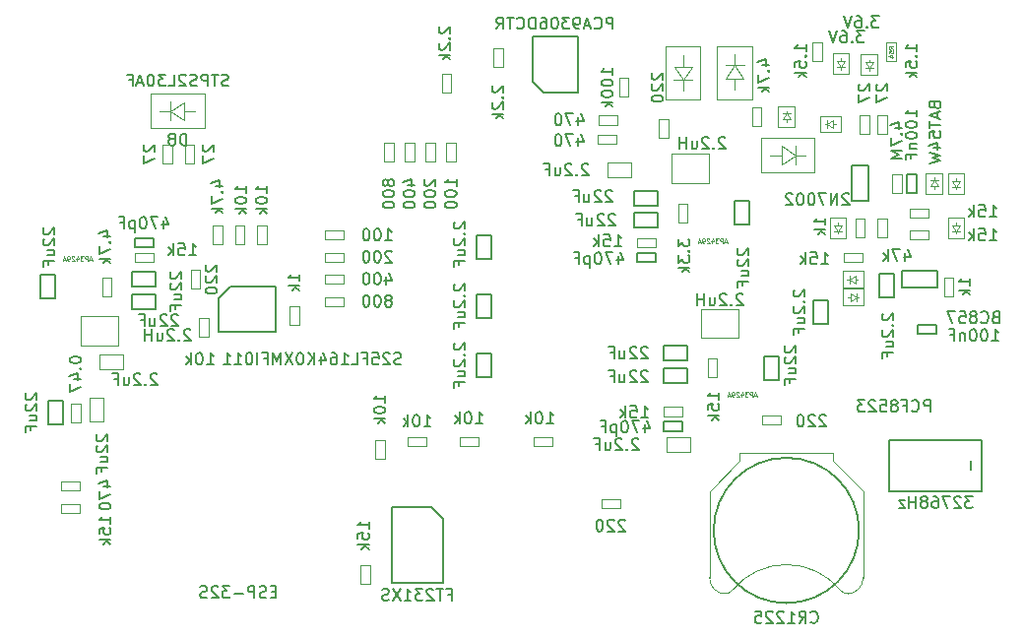
<source format=gbr>
G04 #@! TF.FileFunction,Other,Fab,Bot*
%FSLAX46Y46*%
G04 Gerber Fmt 4.6, Leading zero omitted, Abs format (unit mm)*
G04 Created by KiCad (PCBNEW 4.0.7+dfsg1-1) date Wed Oct 11 10:43:22 2017*
%MOMM*%
%LPD*%
G01*
G04 APERTURE LIST*
%ADD10C,0.100000*%
%ADD11C,0.150000*%
%ADD12C,0.075000*%
G04 APERTURE END LIST*
D10*
X154195000Y-64200000D02*
X154195000Y-68800000D01*
X154195000Y-68800000D02*
X157195000Y-68800000D01*
X157195000Y-64200000D02*
X154195000Y-64200000D01*
X157195000Y-64200000D02*
X157195000Y-68800000D01*
X155693980Y-67149440D02*
X155693980Y-68051140D01*
X155693980Y-65998820D02*
X155693980Y-65000600D01*
X156494080Y-67149440D02*
X154893880Y-67149440D01*
X154944680Y-65998820D02*
X156494080Y-65998820D01*
X155693980Y-67149440D02*
X154944680Y-65998820D01*
X155693980Y-67149440D02*
X156494080Y-65998820D01*
X153644000Y-72126000D02*
X154444000Y-72126000D01*
X153644000Y-70526000D02*
X153644000Y-72126000D01*
X154444000Y-70526000D02*
X153644000Y-70526000D01*
X154444000Y-72126000D02*
X154444000Y-70526000D01*
X160470000Y-89340000D02*
X160470000Y-86840000D01*
X157270000Y-89340000D02*
X160470000Y-89340000D01*
X157270000Y-86840000D02*
X157270000Y-89340000D01*
X160470000Y-86840000D02*
X157270000Y-86840000D01*
X157930000Y-76005000D02*
X157930000Y-73505000D01*
X154730000Y-76005000D02*
X157930000Y-76005000D01*
X154730000Y-73505000D02*
X154730000Y-76005000D01*
X157930000Y-73505000D02*
X154730000Y-73505000D01*
X103930000Y-87475000D02*
X103930000Y-89975000D01*
X107130000Y-87475000D02*
X103930000Y-87475000D01*
X107130000Y-89975000D02*
X107130000Y-87475000D01*
X103930000Y-89975000D02*
X107130000Y-89975000D01*
D11*
X101710000Y-83915000D02*
X100460000Y-83915000D01*
X101710000Y-85915000D02*
X101710000Y-83915000D01*
X100460000Y-85915000D02*
X101710000Y-85915000D01*
X100460000Y-83915000D02*
X100460000Y-85915000D01*
X154060000Y-90005000D02*
X154060000Y-91255000D01*
X156060000Y-90005000D02*
X154060000Y-90005000D01*
X156060000Y-91255000D02*
X156060000Y-90005000D01*
X154060000Y-91255000D02*
X156060000Y-91255000D01*
X154060000Y-91910000D02*
X154060000Y-93160000D01*
X156060000Y-91910000D02*
X154060000Y-91910000D01*
X156060000Y-93160000D02*
X156060000Y-91910000D01*
X154060000Y-93160000D02*
X156060000Y-93160000D01*
X162690000Y-92900000D02*
X163940000Y-92900000D01*
X162690000Y-90900000D02*
X162690000Y-92900000D01*
X163940000Y-90900000D02*
X162690000Y-90900000D01*
X163940000Y-92900000D02*
X163940000Y-90900000D01*
X151520000Y-78575000D02*
X151520000Y-79825000D01*
X153520000Y-78575000D02*
X151520000Y-78575000D01*
X153520000Y-79825000D02*
X153520000Y-78575000D01*
X151520000Y-79825000D02*
X153520000Y-79825000D01*
X151520000Y-76670000D02*
X151520000Y-77920000D01*
X153520000Y-76670000D02*
X151520000Y-76670000D01*
X153520000Y-77920000D02*
X153520000Y-76670000D01*
X151520000Y-77920000D02*
X153520000Y-77920000D01*
X160150000Y-79565000D02*
X161400000Y-79565000D01*
X160150000Y-77565000D02*
X160150000Y-79565000D01*
X161400000Y-77565000D02*
X160150000Y-77565000D01*
X161400000Y-79565000D02*
X161400000Y-77565000D01*
X110340000Y-84905000D02*
X110340000Y-83655000D01*
X108340000Y-84905000D02*
X110340000Y-84905000D01*
X108340000Y-83655000D02*
X108340000Y-84905000D01*
X110340000Y-83655000D02*
X108340000Y-83655000D01*
X110340000Y-86810000D02*
X110340000Y-85560000D01*
X108340000Y-86810000D02*
X110340000Y-86810000D01*
X108340000Y-85560000D02*
X108340000Y-86810000D01*
X110340000Y-85560000D02*
X108340000Y-85560000D01*
X172596000Y-85788000D02*
X173846000Y-85788000D01*
X172596000Y-83788000D02*
X172596000Y-85788000D01*
X173846000Y-83788000D02*
X172596000Y-83788000D01*
X173846000Y-85788000D02*
X173846000Y-83788000D01*
X177535000Y-83580000D02*
X174495000Y-83580000D01*
X174495000Y-84980000D02*
X174495000Y-83580000D01*
X177535000Y-84980000D02*
X177535000Y-83580000D01*
X177535000Y-84980000D02*
X174495000Y-84980000D01*
X170235000Y-74505000D02*
X170235000Y-77545000D01*
X171635000Y-77545000D02*
X170235000Y-77545000D01*
X171635000Y-74505000D02*
X170235000Y-74505000D01*
X171635000Y-74505000D02*
X171635000Y-77545000D01*
X154060000Y-96510000D02*
X154060000Y-97310000D01*
X155660000Y-96510000D02*
X154060000Y-96510000D01*
X155660000Y-97310000D02*
X155660000Y-96510000D01*
X154060000Y-97310000D02*
X155660000Y-97310000D01*
X151720000Y-81975000D02*
X151720000Y-82775000D01*
X153320000Y-81975000D02*
X151720000Y-81975000D01*
X153320000Y-82775000D02*
X153320000Y-81975000D01*
X151720000Y-82775000D02*
X153320000Y-82775000D01*
X110140000Y-81505000D02*
X110140000Y-80705000D01*
X108540000Y-81505000D02*
X110140000Y-81505000D01*
X108540000Y-80705000D02*
X108540000Y-81505000D01*
X110140000Y-80705000D02*
X108540000Y-80705000D01*
X175780000Y-75225000D02*
X174980000Y-75225000D01*
X175780000Y-76825000D02*
X175780000Y-75225000D01*
X174980000Y-76825000D02*
X175780000Y-76825000D01*
X174980000Y-75225000D02*
X174980000Y-76825000D01*
D10*
X169500000Y-81975000D02*
X169500000Y-82775000D01*
X171100000Y-81975000D02*
X169500000Y-81975000D01*
X171100000Y-82775000D02*
X171100000Y-81975000D01*
X169500000Y-82775000D02*
X171100000Y-82775000D01*
X172440000Y-80635000D02*
X173240000Y-80635000D01*
X172440000Y-79035000D02*
X172440000Y-80635000D01*
X173240000Y-79035000D02*
X172440000Y-79035000D01*
X173240000Y-80635000D02*
X173240000Y-79035000D01*
X176815000Y-80870000D02*
X176815000Y-80070000D01*
X175215000Y-80870000D02*
X176815000Y-80870000D01*
X175215000Y-80070000D02*
X175215000Y-80870000D01*
X176815000Y-80070000D02*
X175215000Y-80070000D01*
X174510000Y-75225000D02*
X173710000Y-75225000D01*
X174510000Y-76825000D02*
X174510000Y-75225000D01*
X173710000Y-76825000D02*
X174510000Y-76825000D01*
X173710000Y-75225000D02*
X173710000Y-76825000D01*
X178955000Y-84115000D02*
X178155000Y-84115000D01*
X178955000Y-85715000D02*
X178955000Y-84115000D01*
X178155000Y-85715000D02*
X178955000Y-85715000D01*
X178155000Y-84115000D02*
X178155000Y-85715000D01*
X114185000Y-83480000D02*
X113385000Y-83480000D01*
X114185000Y-85080000D02*
X114185000Y-83480000D01*
X113385000Y-85080000D02*
X114185000Y-85080000D01*
X113385000Y-83480000D02*
X113385000Y-85080000D01*
X170535000Y-80635000D02*
X171335000Y-80635000D01*
X170535000Y-79035000D02*
X170535000Y-80635000D01*
X171335000Y-79035000D02*
X170535000Y-79035000D01*
X171335000Y-80635000D02*
X171335000Y-79035000D01*
X128790000Y-108880000D02*
X127990000Y-108880000D01*
X128790000Y-110480000D02*
X128790000Y-108880000D01*
X127990000Y-110480000D02*
X128790000Y-110480000D01*
X127990000Y-108880000D02*
X127990000Y-110480000D01*
X150272000Y-103984000D02*
X150272000Y-103184000D01*
X148672000Y-103984000D02*
X150272000Y-103984000D01*
X148672000Y-103184000D02*
X148672000Y-103984000D01*
X150272000Y-103184000D02*
X148672000Y-103184000D01*
X176815000Y-78965000D02*
X176815000Y-78165000D01*
X175215000Y-78965000D02*
X176815000Y-78965000D01*
X175215000Y-78165000D02*
X175215000Y-78965000D01*
X176815000Y-78165000D02*
X175215000Y-78165000D01*
X154060000Y-95240000D02*
X154060000Y-96040000D01*
X155660000Y-95240000D02*
X154060000Y-95240000D01*
X155660000Y-96040000D02*
X155660000Y-95240000D01*
X154060000Y-96040000D02*
X155660000Y-96040000D01*
X110140000Y-82775000D02*
X110140000Y-81975000D01*
X108540000Y-82775000D02*
X110140000Y-82775000D01*
X108540000Y-81975000D02*
X108540000Y-82775000D01*
X110140000Y-81975000D02*
X108540000Y-81975000D01*
X151720000Y-80705000D02*
X151720000Y-81505000D01*
X153320000Y-80705000D02*
X151720000Y-80705000D01*
X153320000Y-81505000D02*
X153320000Y-80705000D01*
X151720000Y-81505000D02*
X153320000Y-81505000D01*
X158635000Y-91100000D02*
X157835000Y-91100000D01*
X158635000Y-92700000D02*
X158635000Y-91100000D01*
X157835000Y-92700000D02*
X158635000Y-92700000D01*
X157835000Y-91100000D02*
X157835000Y-92700000D01*
X105765000Y-85715000D02*
X106565000Y-85715000D01*
X105765000Y-84115000D02*
X105765000Y-85715000D01*
X106565000Y-84115000D02*
X105765000Y-84115000D01*
X106565000Y-85715000D02*
X106565000Y-84115000D01*
X156095000Y-77765000D02*
X155295000Y-77765000D01*
X156095000Y-79365000D02*
X156095000Y-77765000D01*
X155295000Y-79365000D02*
X156095000Y-79365000D01*
X155295000Y-77765000D02*
X155295000Y-79365000D01*
X126482000Y-86585000D02*
X126482000Y-85785000D01*
X124882000Y-86585000D02*
X126482000Y-86585000D01*
X124882000Y-85785000D02*
X124882000Y-86585000D01*
X126482000Y-85785000D02*
X124882000Y-85785000D01*
X126482000Y-84679000D02*
X126482000Y-83879000D01*
X124882000Y-84679000D02*
X126482000Y-84679000D01*
X124882000Y-83879000D02*
X124882000Y-84679000D01*
X126482000Y-83879000D02*
X124882000Y-83879000D01*
X126482000Y-82775000D02*
X126482000Y-81975000D01*
X124882000Y-82775000D02*
X126482000Y-82775000D01*
X124882000Y-81975000D02*
X124882000Y-82775000D01*
X126482000Y-81975000D02*
X124882000Y-81975000D01*
X126482000Y-80870000D02*
X126482000Y-80070000D01*
X124882000Y-80870000D02*
X126482000Y-80870000D01*
X124882000Y-80070000D02*
X124882000Y-80870000D01*
X126482000Y-80070000D02*
X124882000Y-80070000D01*
X130022000Y-74158000D02*
X130822000Y-74158000D01*
X130022000Y-72558000D02*
X130022000Y-74158000D01*
X130822000Y-72558000D02*
X130022000Y-72558000D01*
X130822000Y-74158000D02*
X130822000Y-72558000D01*
X131800000Y-74158000D02*
X132600000Y-74158000D01*
X131800000Y-72558000D02*
X131800000Y-74158000D01*
X132600000Y-72558000D02*
X131800000Y-72558000D01*
X132600000Y-74158000D02*
X132600000Y-72558000D01*
X133578000Y-74158000D02*
X134378000Y-74158000D01*
X133578000Y-72558000D02*
X133578000Y-74158000D01*
X134378000Y-72558000D02*
X133578000Y-72558000D01*
X134378000Y-74158000D02*
X134378000Y-72558000D01*
X135356000Y-74158000D02*
X136156000Y-74158000D01*
X135356000Y-72558000D02*
X135356000Y-74158000D01*
X136156000Y-72558000D02*
X135356000Y-72558000D01*
X136156000Y-74158000D02*
X136156000Y-72558000D01*
D11*
X115780000Y-85870000D02*
X115780000Y-88770000D01*
X115780000Y-88770000D02*
X120680000Y-88770000D01*
X120680000Y-88770000D02*
X120680000Y-84870000D01*
X120680000Y-84870000D02*
X116780000Y-84870000D01*
X116780000Y-84870000D02*
X115780000Y-85870000D01*
X175850000Y-88198000D02*
X175850000Y-88998000D01*
X177450000Y-88198000D02*
X175850000Y-88198000D01*
X177450000Y-88998000D02*
X177450000Y-88198000D01*
X175850000Y-88998000D02*
X177450000Y-88998000D01*
X143730000Y-68250000D02*
X146630000Y-68250000D01*
X146630000Y-68250000D02*
X146630000Y-63350000D01*
X146630000Y-63350000D02*
X142730000Y-63350000D01*
X142730000Y-63350000D02*
X142730000Y-67250000D01*
X142730000Y-67250000D02*
X143730000Y-68250000D01*
D10*
X161645000Y-71110000D02*
X162445000Y-71110000D01*
X161645000Y-69510000D02*
X161645000Y-71110000D01*
X162445000Y-69510000D02*
X161645000Y-69510000D01*
X162445000Y-71110000D02*
X162445000Y-69510000D01*
X139420000Y-66030000D02*
X140220000Y-66030000D01*
X139420000Y-64430000D02*
X139420000Y-66030000D01*
X140220000Y-64430000D02*
X139420000Y-64430000D01*
X140220000Y-66030000D02*
X140220000Y-64430000D01*
X134975000Y-68232000D02*
X135775000Y-68232000D01*
X134975000Y-66632000D02*
X134975000Y-68232000D01*
X135775000Y-66632000D02*
X134975000Y-66632000D01*
X135775000Y-68232000D02*
X135775000Y-66632000D01*
X150215000Y-68570000D02*
X151015000Y-68570000D01*
X150215000Y-66970000D02*
X150215000Y-68570000D01*
X151015000Y-66970000D02*
X150215000Y-66970000D01*
X151015000Y-68570000D02*
X151015000Y-66970000D01*
X149975000Y-72615000D02*
X149975000Y-71815000D01*
X148375000Y-72615000D02*
X149975000Y-72615000D01*
X148375000Y-71815000D02*
X148375000Y-72615000D01*
X149975000Y-71815000D02*
X148375000Y-71815000D01*
X150080000Y-71000000D02*
X150080000Y-70200000D01*
X148480000Y-71000000D02*
X150080000Y-71000000D01*
X148480000Y-70200000D02*
X148480000Y-71000000D01*
X150080000Y-70200000D02*
X148480000Y-70200000D01*
D11*
X134035000Y-103890000D02*
X130635000Y-103890000D01*
X130635000Y-103890000D02*
X130635000Y-110390000D01*
X130635000Y-110390000D02*
X135035000Y-110390000D01*
X135035000Y-110390000D02*
X135035000Y-104890000D01*
X135035000Y-104890000D02*
X134035000Y-103890000D01*
D10*
X119900000Y-79670000D02*
X119100000Y-79670000D01*
X119900000Y-81270000D02*
X119900000Y-79670000D01*
X119100000Y-81270000D02*
X119900000Y-81270000D01*
X119100000Y-79670000D02*
X119100000Y-81270000D01*
X114080000Y-89200000D02*
X114880000Y-89200000D01*
X114080000Y-87600000D02*
X114080000Y-89200000D01*
X114880000Y-87600000D02*
X114080000Y-87600000D01*
X114880000Y-89200000D02*
X114880000Y-87600000D01*
X129260000Y-99685000D02*
X130060000Y-99685000D01*
X129260000Y-98085000D02*
X129260000Y-99685000D01*
X130060000Y-98085000D02*
X129260000Y-98085000D01*
X130060000Y-99685000D02*
X130060000Y-98085000D01*
X117995000Y-79670000D02*
X117195000Y-79670000D01*
X117995000Y-81270000D02*
X117995000Y-79670000D01*
X117195000Y-81270000D02*
X117995000Y-81270000D01*
X117195000Y-79670000D02*
X117195000Y-81270000D01*
X122680000Y-86600000D02*
X121880000Y-86600000D01*
X122680000Y-88200000D02*
X122680000Y-86600000D01*
X121880000Y-88200000D02*
X122680000Y-88200000D01*
X121880000Y-86600000D02*
X121880000Y-88200000D01*
X116090000Y-79670000D02*
X115290000Y-79670000D01*
X116090000Y-81270000D02*
X116090000Y-79670000D01*
X115290000Y-81270000D02*
X116090000Y-81270000D01*
X115290000Y-79670000D02*
X115290000Y-81270000D01*
X144430000Y-98650000D02*
X144430000Y-97850000D01*
X142830000Y-98650000D02*
X144430000Y-98650000D01*
X142830000Y-97850000D02*
X142830000Y-98650000D01*
X144430000Y-97850000D02*
X142830000Y-97850000D01*
X138080000Y-98650000D02*
X138080000Y-97850000D01*
X136480000Y-98650000D02*
X138080000Y-98650000D01*
X136480000Y-97850000D02*
X136480000Y-98650000D01*
X138080000Y-97850000D02*
X136480000Y-97850000D01*
X133635000Y-98650000D02*
X133635000Y-97850000D01*
X132035000Y-98650000D02*
X133635000Y-98650000D01*
X132035000Y-97850000D02*
X132035000Y-98650000D01*
X133635000Y-97850000D02*
X132035000Y-97850000D01*
X102190000Y-103565000D02*
X102190000Y-104365000D01*
X103790000Y-103565000D02*
X102190000Y-103565000D01*
X103790000Y-104365000D02*
X103790000Y-103565000D01*
X102190000Y-104365000D02*
X103790000Y-104365000D01*
X102190000Y-101660000D02*
X102190000Y-102460000D01*
X103790000Y-101660000D02*
X102190000Y-101660000D01*
X103790000Y-102460000D02*
X103790000Y-101660000D01*
X102190000Y-102460000D02*
X103790000Y-102460000D01*
X103098000Y-96594000D02*
X103898000Y-96594000D01*
X103098000Y-94994000D02*
X103098000Y-96594000D01*
X103898000Y-94994000D02*
X103098000Y-94994000D01*
X103898000Y-96594000D02*
X103898000Y-94994000D01*
D11*
X166881000Y-88074000D02*
X168131000Y-88074000D01*
X166881000Y-86074000D02*
X166881000Y-88074000D01*
X168131000Y-86074000D02*
X166881000Y-86074000D01*
X168131000Y-88074000D02*
X168131000Y-86074000D01*
D10*
X164115000Y-96745000D02*
X164115000Y-95945000D01*
X162515000Y-96745000D02*
X164115000Y-96745000D01*
X162515000Y-95945000D02*
X162515000Y-96745000D01*
X164115000Y-95945000D02*
X162515000Y-95945000D01*
X166852000Y-65522000D02*
X167652000Y-65522000D01*
X166852000Y-63922000D02*
X166852000Y-65522000D01*
X167652000Y-63922000D02*
X166852000Y-63922000D01*
X167652000Y-65522000D02*
X167652000Y-63922000D01*
D11*
X139175000Y-90646000D02*
X137925000Y-90646000D01*
X139175000Y-92646000D02*
X139175000Y-90646000D01*
X137925000Y-92646000D02*
X139175000Y-92646000D01*
X137925000Y-90646000D02*
X137925000Y-92646000D01*
X137925000Y-82486000D02*
X139175000Y-82486000D01*
X137925000Y-80486000D02*
X137925000Y-82486000D01*
X139175000Y-80486000D02*
X137925000Y-80486000D01*
X139175000Y-82486000D02*
X139175000Y-80486000D01*
X139175000Y-85566000D02*
X137925000Y-85566000D01*
X139175000Y-87566000D02*
X139175000Y-85566000D01*
X137925000Y-87566000D02*
X139175000Y-87566000D01*
X137925000Y-85566000D02*
X137925000Y-87566000D01*
X102345000Y-94710000D02*
X101095000Y-94710000D01*
X102345000Y-96710000D02*
X102345000Y-94710000D01*
X101095000Y-96710000D02*
X102345000Y-96710000D01*
X101095000Y-94710000D02*
X101095000Y-96710000D01*
D10*
X112877000Y-74285000D02*
X113677000Y-74285000D01*
X112877000Y-72685000D02*
X112877000Y-74285000D01*
X113677000Y-72685000D02*
X112877000Y-72685000D01*
X113677000Y-74285000D02*
X113677000Y-72685000D01*
X110972000Y-74285000D02*
X111772000Y-74285000D01*
X110972000Y-72685000D02*
X110972000Y-74285000D01*
X111772000Y-72685000D02*
X110972000Y-72685000D01*
X111772000Y-74285000D02*
X111772000Y-72685000D01*
X172440000Y-71745000D02*
X173240000Y-71745000D01*
X172440000Y-70145000D02*
X172440000Y-71745000D01*
X173240000Y-70145000D02*
X172440000Y-70145000D01*
X173240000Y-71745000D02*
X173240000Y-70145000D01*
X170916000Y-71745000D02*
X171716000Y-71745000D01*
X170916000Y-70145000D02*
X170916000Y-71745000D01*
X171716000Y-70145000D02*
X170916000Y-70145000D01*
X171716000Y-71745000D02*
X171716000Y-70145000D01*
D11*
X170835000Y-105870000D02*
G75*
G03X170835000Y-105870000I-6250000J0D01*
G01*
D10*
X159206987Y-111317558D02*
G75*
G03X159985000Y-110970000I88013J847558D01*
G01*
X169963013Y-111317558D02*
G75*
G02X169185000Y-110970000I-88013J847558D01*
G01*
X159977095Y-110979589D02*
G75*
G02X169185000Y-110970000I4607905J-3790411D01*
G01*
X157985000Y-109920000D02*
G75*
G03X159285000Y-111320000I1350000J-50000D01*
G01*
X171185000Y-109920000D02*
G75*
G02X169885000Y-111320000I-1350000J-50000D01*
G01*
X157985000Y-102470000D02*
X157985000Y-109970000D01*
X171185000Y-102470000D02*
X171185000Y-109970000D01*
X160585000Y-99870000D02*
X157985000Y-102470000D01*
X168585000Y-99870000D02*
X171185000Y-102470000D01*
X160585000Y-99170000D02*
X160585000Y-99870000D01*
X168585000Y-99170000D02*
X168585000Y-99870000D01*
X168585000Y-99170000D02*
X160585000Y-99170000D01*
D11*
X181412000Y-98082000D02*
X181412000Y-102482000D01*
X173412000Y-98082000D02*
X181412000Y-98082000D01*
X173412000Y-102482000D02*
X173412000Y-98082000D01*
X181412000Y-102482000D02*
X173412000Y-102482000D01*
X180412000Y-99882000D02*
X180412000Y-100682000D01*
D10*
X177285000Y-76225000D02*
X177285000Y-76475000D01*
X177635000Y-76225000D02*
X177285000Y-75725000D01*
X176935000Y-76225000D02*
X177635000Y-76225000D01*
X177285000Y-75725000D02*
X176935000Y-76225000D01*
X177285000Y-75725000D02*
X177285000Y-75525000D01*
X176935000Y-75725000D02*
X177635000Y-75725000D01*
X177985000Y-75125000D02*
X176585000Y-75125000D01*
X177985000Y-76925000D02*
X177985000Y-75125000D01*
X176585000Y-76925000D02*
X177985000Y-76925000D01*
X176585000Y-75125000D02*
X176585000Y-76925000D01*
X104656000Y-96456000D02*
X105896000Y-96456000D01*
X104656000Y-94456000D02*
X104656000Y-96456000D01*
X105896000Y-94456000D02*
X104656000Y-94456000D01*
X105896000Y-96456000D02*
X105896000Y-94456000D01*
X170500000Y-84280000D02*
X170750000Y-84280000D01*
X170500000Y-83930000D02*
X170000000Y-84280000D01*
X170500000Y-84630000D02*
X170500000Y-83930000D01*
X170000000Y-84280000D02*
X170500000Y-84630000D01*
X170000000Y-84280000D02*
X169800000Y-84280000D01*
X170000000Y-84630000D02*
X170000000Y-83930000D01*
X169400000Y-83580000D02*
X169400000Y-84980000D01*
X171200000Y-83580000D02*
X169400000Y-83580000D01*
X171200000Y-84980000D02*
X171200000Y-83580000D01*
X169400000Y-84980000D02*
X171200000Y-84980000D01*
X179190000Y-79635000D02*
X179190000Y-79385000D01*
X178840000Y-79635000D02*
X179190000Y-80135000D01*
X179540000Y-79635000D02*
X178840000Y-79635000D01*
X179190000Y-80135000D02*
X179540000Y-79635000D01*
X179190000Y-80135000D02*
X179190000Y-80335000D01*
X179540000Y-80135000D02*
X178840000Y-80135000D01*
X178490000Y-80735000D02*
X179890000Y-80735000D01*
X178490000Y-78935000D02*
X178490000Y-80735000D01*
X179890000Y-78935000D02*
X178490000Y-78935000D01*
X179890000Y-80735000D02*
X179890000Y-78935000D01*
X169030000Y-79635000D02*
X169030000Y-79385000D01*
X168680000Y-79635000D02*
X169030000Y-80135000D01*
X169380000Y-79635000D02*
X168680000Y-79635000D01*
X169030000Y-80135000D02*
X169380000Y-79635000D01*
X169030000Y-80135000D02*
X169030000Y-80335000D01*
X169380000Y-80135000D02*
X168680000Y-80135000D01*
X168330000Y-80735000D02*
X169730000Y-80735000D01*
X168330000Y-78935000D02*
X168330000Y-80735000D01*
X169730000Y-78935000D02*
X168330000Y-78935000D01*
X169730000Y-80735000D02*
X169730000Y-78935000D01*
X170100000Y-85804000D02*
X169850000Y-85804000D01*
X170100000Y-86154000D02*
X170600000Y-85804000D01*
X170100000Y-85454000D02*
X170100000Y-86154000D01*
X170600000Y-85804000D02*
X170100000Y-85454000D01*
X170600000Y-85804000D02*
X170800000Y-85804000D01*
X170600000Y-85454000D02*
X170600000Y-86154000D01*
X171200000Y-86504000D02*
X171200000Y-85104000D01*
X169400000Y-86504000D02*
X171200000Y-86504000D01*
X169400000Y-85104000D02*
X169400000Y-86504000D01*
X171200000Y-85104000D02*
X169400000Y-85104000D01*
X179190000Y-75825000D02*
X179190000Y-75575000D01*
X178840000Y-75825000D02*
X179190000Y-76325000D01*
X179540000Y-75825000D02*
X178840000Y-75825000D01*
X179190000Y-76325000D02*
X179540000Y-75825000D01*
X179190000Y-76325000D02*
X179190000Y-76525000D01*
X179540000Y-76325000D02*
X178840000Y-76325000D01*
X178490000Y-76925000D02*
X179890000Y-76925000D01*
X178490000Y-75125000D02*
X178490000Y-76925000D01*
X179890000Y-75125000D02*
X178490000Y-75125000D01*
X179890000Y-76925000D02*
X179890000Y-75125000D01*
X168595000Y-70945000D02*
X168845000Y-70945000D01*
X168595000Y-70595000D02*
X168095000Y-70945000D01*
X168595000Y-71295000D02*
X168595000Y-70595000D01*
X168095000Y-70945000D02*
X168595000Y-71295000D01*
X168095000Y-70945000D02*
X167895000Y-70945000D01*
X168095000Y-71295000D02*
X168095000Y-70595000D01*
X167495000Y-70245000D02*
X167495000Y-71645000D01*
X169295000Y-70245000D02*
X167495000Y-70245000D01*
X169295000Y-71645000D02*
X169295000Y-70245000D01*
X167495000Y-71645000D02*
X169295000Y-71645000D01*
X164585000Y-70510000D02*
X164585000Y-70760000D01*
X164935000Y-70510000D02*
X164585000Y-70010000D01*
X164235000Y-70510000D02*
X164935000Y-70510000D01*
X164585000Y-70010000D02*
X164235000Y-70510000D01*
X164585000Y-70010000D02*
X164585000Y-69810000D01*
X164235000Y-70010000D02*
X164935000Y-70010000D01*
X165285000Y-69410000D02*
X163885000Y-69410000D01*
X165285000Y-71210000D02*
X165285000Y-69410000D01*
X163885000Y-71210000D02*
X165285000Y-71210000D01*
X163885000Y-69410000D02*
X163885000Y-71210000D01*
X169284000Y-65538000D02*
X169284000Y-65288000D01*
X168934000Y-65538000D02*
X169284000Y-66038000D01*
X169634000Y-65538000D02*
X168934000Y-65538000D01*
X169284000Y-66038000D02*
X169634000Y-65538000D01*
X169284000Y-66038000D02*
X169284000Y-66238000D01*
X169634000Y-66038000D02*
X168934000Y-66038000D01*
X168584000Y-66638000D02*
X169984000Y-66638000D01*
X168584000Y-64838000D02*
X168584000Y-66638000D01*
X169984000Y-64838000D02*
X168584000Y-64838000D01*
X169984000Y-66638000D02*
X169984000Y-64838000D01*
X171697000Y-65631000D02*
X171697000Y-65381000D01*
X171347000Y-65631000D02*
X171697000Y-66131000D01*
X172047000Y-65631000D02*
X171347000Y-65631000D01*
X171697000Y-66131000D02*
X172047000Y-65631000D01*
X171697000Y-66131000D02*
X171697000Y-66331000D01*
X172047000Y-66131000D02*
X171347000Y-66131000D01*
X170997000Y-66731000D02*
X172397000Y-66731000D01*
X170997000Y-64931000D02*
X170997000Y-66731000D01*
X172397000Y-64931000D02*
X170997000Y-64931000D01*
X172397000Y-66731000D02*
X172397000Y-64931000D01*
X114561000Y-68302000D02*
X109961000Y-68302000D01*
X109961000Y-68302000D02*
X109961000Y-71302000D01*
X114561000Y-71302000D02*
X114561000Y-68302000D01*
X114561000Y-71302000D02*
X109961000Y-71302000D01*
X111611560Y-69800980D02*
X110709860Y-69800980D01*
X112762180Y-69800980D02*
X113760400Y-69800980D01*
X111611560Y-70601080D02*
X111611560Y-69000880D01*
X112762180Y-69051680D02*
X112762180Y-70601080D01*
X111611560Y-69800980D02*
X112762180Y-69051680D01*
X111611560Y-69800980D02*
X112762180Y-70601080D01*
X162412000Y-75112000D02*
X167012000Y-75112000D01*
X167012000Y-75112000D02*
X167012000Y-72112000D01*
X162412000Y-72112000D02*
X162412000Y-75112000D01*
X162412000Y-72112000D02*
X167012000Y-72112000D01*
X165361440Y-73613020D02*
X166263140Y-73613020D01*
X164210820Y-73613020D02*
X163212600Y-73613020D01*
X165361440Y-72812920D02*
X165361440Y-74413120D01*
X164210820Y-74362320D02*
X164210820Y-72812920D01*
X165361440Y-73613020D02*
X164210820Y-74362320D01*
X165361440Y-73613020D02*
X164210820Y-72812920D01*
X161640000Y-68800000D02*
X161640000Y-64200000D01*
X161640000Y-64200000D02*
X158640000Y-64200000D01*
X158640000Y-68800000D02*
X161640000Y-68800000D01*
X158640000Y-68800000D02*
X158640000Y-64200000D01*
X160141020Y-65850560D02*
X160141020Y-64948860D01*
X160141020Y-67001180D02*
X160141020Y-67999400D01*
X159340920Y-65850560D02*
X160941120Y-65850560D01*
X160890320Y-67001180D02*
X159340920Y-67001180D01*
X160141020Y-65850560D02*
X160890320Y-67001180D01*
X160141020Y-65850560D02*
X159340920Y-67001180D01*
X154314000Y-97884000D02*
X154314000Y-99124000D01*
X156314000Y-97884000D02*
X154314000Y-97884000D01*
X156314000Y-99124000D02*
X156314000Y-97884000D01*
X154314000Y-99124000D02*
X156314000Y-99124000D01*
X107546000Y-92012000D02*
X107546000Y-90772000D01*
X105546000Y-92012000D02*
X107546000Y-92012000D01*
X105546000Y-90772000D02*
X105546000Y-92012000D01*
X107546000Y-90772000D02*
X105546000Y-90772000D01*
X151234000Y-75502000D02*
X151234000Y-74262000D01*
X149234000Y-75502000D02*
X151234000Y-75502000D01*
X149234000Y-74262000D02*
X149234000Y-75502000D01*
X151234000Y-74262000D02*
X149234000Y-74262000D01*
X173202000Y-65522000D02*
X174002000Y-65522000D01*
X173202000Y-63922000D02*
X173202000Y-65522000D01*
X174002000Y-63922000D02*
X173202000Y-63922000D01*
X174002000Y-65522000D02*
X174002000Y-63922000D01*
D11*
X153083619Y-66531905D02*
X153036000Y-66579524D01*
X152988381Y-66674762D01*
X152988381Y-66912858D01*
X153036000Y-67008096D01*
X153083619Y-67055715D01*
X153178857Y-67103334D01*
X153274095Y-67103334D01*
X153416952Y-67055715D01*
X153988381Y-66484286D01*
X153988381Y-67103334D01*
X153083619Y-67484286D02*
X153036000Y-67531905D01*
X152988381Y-67627143D01*
X152988381Y-67865239D01*
X153036000Y-67960477D01*
X153083619Y-68008096D01*
X153178857Y-68055715D01*
X153274095Y-68055715D01*
X153416952Y-68008096D01*
X153988381Y-67436667D01*
X153988381Y-68055715D01*
X152988381Y-68674762D02*
X152988381Y-68770001D01*
X153036000Y-68865239D01*
X153083619Y-68912858D01*
X153178857Y-68960477D01*
X153369333Y-69008096D01*
X153607429Y-69008096D01*
X153797905Y-68960477D01*
X153893143Y-68912858D01*
X153940762Y-68865239D01*
X153988381Y-68770001D01*
X153988381Y-68674762D01*
X153940762Y-68579524D01*
X153893143Y-68531905D01*
X153797905Y-68484286D01*
X153607429Y-68436667D01*
X153369333Y-68436667D01*
X153178857Y-68484286D01*
X153083619Y-68531905D01*
X153036000Y-68579524D01*
X152988381Y-68674762D01*
X160846190Y-85605619D02*
X160798571Y-85558000D01*
X160703333Y-85510381D01*
X160465237Y-85510381D01*
X160369999Y-85558000D01*
X160322380Y-85605619D01*
X160274761Y-85700857D01*
X160274761Y-85796095D01*
X160322380Y-85938952D01*
X160893809Y-86510381D01*
X160274761Y-86510381D01*
X159846190Y-86415143D02*
X159798571Y-86462762D01*
X159846190Y-86510381D01*
X159893809Y-86462762D01*
X159846190Y-86415143D01*
X159846190Y-86510381D01*
X159417619Y-85605619D02*
X159370000Y-85558000D01*
X159274762Y-85510381D01*
X159036666Y-85510381D01*
X158941428Y-85558000D01*
X158893809Y-85605619D01*
X158846190Y-85700857D01*
X158846190Y-85796095D01*
X158893809Y-85938952D01*
X159465238Y-86510381D01*
X158846190Y-86510381D01*
X157989047Y-85843714D02*
X157989047Y-86510381D01*
X158417619Y-85843714D02*
X158417619Y-86367524D01*
X158370000Y-86462762D01*
X158274762Y-86510381D01*
X158131904Y-86510381D01*
X158036666Y-86462762D01*
X157989047Y-86415143D01*
X157512857Y-86510381D02*
X157512857Y-85510381D01*
X157512857Y-85986571D02*
X156941428Y-85986571D01*
X156941428Y-86510381D02*
X156941428Y-85510381D01*
D10*
X162003571Y-94252667D02*
X161813094Y-94252667D01*
X162041666Y-94366952D02*
X161908332Y-93966952D01*
X161774999Y-94366952D01*
X161641666Y-94366952D02*
X161641666Y-93966952D01*
X161489285Y-93966952D01*
X161451190Y-93986000D01*
X161432142Y-94005048D01*
X161413094Y-94043143D01*
X161413094Y-94100286D01*
X161432142Y-94138381D01*
X161451190Y-94157429D01*
X161489285Y-94176476D01*
X161641666Y-94176476D01*
X161279761Y-93966952D02*
X161032142Y-93966952D01*
X161165475Y-94119333D01*
X161108333Y-94119333D01*
X161070237Y-94138381D01*
X161051190Y-94157429D01*
X161032142Y-94195524D01*
X161032142Y-94290762D01*
X161051190Y-94328857D01*
X161070237Y-94347905D01*
X161108333Y-94366952D01*
X161222618Y-94366952D01*
X161260714Y-94347905D01*
X161279761Y-94328857D01*
X160689285Y-94100286D02*
X160689285Y-94366952D01*
X160784523Y-93947905D02*
X160879762Y-94233619D01*
X160632142Y-94233619D01*
X160498810Y-94005048D02*
X160479762Y-93986000D01*
X160441667Y-93966952D01*
X160346429Y-93966952D01*
X160308333Y-93986000D01*
X160289286Y-94005048D01*
X160270238Y-94043143D01*
X160270238Y-94081238D01*
X160289286Y-94138381D01*
X160517857Y-94366952D01*
X160270238Y-94366952D01*
X160079762Y-94366952D02*
X160003572Y-94366952D01*
X159965477Y-94347905D01*
X159946429Y-94328857D01*
X159908334Y-94271714D01*
X159889286Y-94195524D01*
X159889286Y-94043143D01*
X159908334Y-94005048D01*
X159927381Y-93986000D01*
X159965477Y-93966952D01*
X160041667Y-93966952D01*
X160079762Y-93986000D01*
X160098810Y-94005048D01*
X160117858Y-94043143D01*
X160117858Y-94138381D01*
X160098810Y-94176476D01*
X160079762Y-94195524D01*
X160041667Y-94214571D01*
X159965477Y-94214571D01*
X159927381Y-94195524D01*
X159908334Y-94176476D01*
X159889286Y-94138381D01*
X159736906Y-94252667D02*
X159546429Y-94252667D01*
X159775001Y-94366952D02*
X159641667Y-93966952D01*
X159508334Y-94366952D01*
D11*
X159322190Y-72143619D02*
X159274571Y-72096000D01*
X159179333Y-72048381D01*
X158941237Y-72048381D01*
X158845999Y-72096000D01*
X158798380Y-72143619D01*
X158750761Y-72238857D01*
X158750761Y-72334095D01*
X158798380Y-72476952D01*
X159369809Y-73048381D01*
X158750761Y-73048381D01*
X158322190Y-72953143D02*
X158274571Y-73000762D01*
X158322190Y-73048381D01*
X158369809Y-73000762D01*
X158322190Y-72953143D01*
X158322190Y-73048381D01*
X157893619Y-72143619D02*
X157846000Y-72096000D01*
X157750762Y-72048381D01*
X157512666Y-72048381D01*
X157417428Y-72096000D01*
X157369809Y-72143619D01*
X157322190Y-72238857D01*
X157322190Y-72334095D01*
X157369809Y-72476952D01*
X157941238Y-73048381D01*
X157322190Y-73048381D01*
X156465047Y-72381714D02*
X156465047Y-73048381D01*
X156893619Y-72381714D02*
X156893619Y-72905524D01*
X156846000Y-73000762D01*
X156750762Y-73048381D01*
X156607904Y-73048381D01*
X156512666Y-73000762D01*
X156465047Y-72953143D01*
X155988857Y-73048381D02*
X155988857Y-72048381D01*
X155988857Y-72524571D02*
X155417428Y-72524571D01*
X155417428Y-73048381D02*
X155417428Y-72048381D01*
D10*
X159463571Y-81044667D02*
X159273094Y-81044667D01*
X159501666Y-81158952D02*
X159368332Y-80758952D01*
X159234999Y-81158952D01*
X159101666Y-81158952D02*
X159101666Y-80758952D01*
X158949285Y-80758952D01*
X158911190Y-80778000D01*
X158892142Y-80797048D01*
X158873094Y-80835143D01*
X158873094Y-80892286D01*
X158892142Y-80930381D01*
X158911190Y-80949429D01*
X158949285Y-80968476D01*
X159101666Y-80968476D01*
X158739761Y-80758952D02*
X158492142Y-80758952D01*
X158625475Y-80911333D01*
X158568333Y-80911333D01*
X158530237Y-80930381D01*
X158511190Y-80949429D01*
X158492142Y-80987524D01*
X158492142Y-81082762D01*
X158511190Y-81120857D01*
X158530237Y-81139905D01*
X158568333Y-81158952D01*
X158682618Y-81158952D01*
X158720714Y-81139905D01*
X158739761Y-81120857D01*
X158149285Y-80892286D02*
X158149285Y-81158952D01*
X158244523Y-80739905D02*
X158339762Y-81025619D01*
X158092142Y-81025619D01*
X157958810Y-80797048D02*
X157939762Y-80778000D01*
X157901667Y-80758952D01*
X157806429Y-80758952D01*
X157768333Y-80778000D01*
X157749286Y-80797048D01*
X157730238Y-80835143D01*
X157730238Y-80873238D01*
X157749286Y-80930381D01*
X157977857Y-81158952D01*
X157730238Y-81158952D01*
X157539762Y-81158952D02*
X157463572Y-81158952D01*
X157425477Y-81139905D01*
X157406429Y-81120857D01*
X157368334Y-81063714D01*
X157349286Y-80987524D01*
X157349286Y-80835143D01*
X157368334Y-80797048D01*
X157387381Y-80778000D01*
X157425477Y-80758952D01*
X157501667Y-80758952D01*
X157539762Y-80778000D01*
X157558810Y-80797048D01*
X157577858Y-80835143D01*
X157577858Y-80930381D01*
X157558810Y-80968476D01*
X157539762Y-80987524D01*
X157501667Y-81006571D01*
X157425477Y-81006571D01*
X157387381Y-80987524D01*
X157368334Y-80968476D01*
X157349286Y-80930381D01*
X157196906Y-81044667D02*
X157006429Y-81044667D01*
X157235001Y-81158952D02*
X157101667Y-80758952D01*
X156968334Y-81158952D01*
D11*
X113348190Y-88653619D02*
X113300571Y-88606000D01*
X113205333Y-88558381D01*
X112967237Y-88558381D01*
X112871999Y-88606000D01*
X112824380Y-88653619D01*
X112776761Y-88748857D01*
X112776761Y-88844095D01*
X112824380Y-88986952D01*
X113395809Y-89558381D01*
X112776761Y-89558381D01*
X112348190Y-89463143D02*
X112300571Y-89510762D01*
X112348190Y-89558381D01*
X112395809Y-89510762D01*
X112348190Y-89463143D01*
X112348190Y-89558381D01*
X111919619Y-88653619D02*
X111872000Y-88606000D01*
X111776762Y-88558381D01*
X111538666Y-88558381D01*
X111443428Y-88606000D01*
X111395809Y-88653619D01*
X111348190Y-88748857D01*
X111348190Y-88844095D01*
X111395809Y-88986952D01*
X111967238Y-89558381D01*
X111348190Y-89558381D01*
X110491047Y-88891714D02*
X110491047Y-89558381D01*
X110919619Y-88891714D02*
X110919619Y-89415524D01*
X110872000Y-89510762D01*
X110776762Y-89558381D01*
X110633904Y-89558381D01*
X110538666Y-89510762D01*
X110491047Y-89463143D01*
X110014857Y-89558381D02*
X110014857Y-88558381D01*
X110014857Y-89034571D02*
X109443428Y-89034571D01*
X109443428Y-89558381D02*
X109443428Y-88558381D01*
D10*
X104853571Y-82568667D02*
X104663094Y-82568667D01*
X104891666Y-82682952D02*
X104758332Y-82282952D01*
X104624999Y-82682952D01*
X104491666Y-82682952D02*
X104491666Y-82282952D01*
X104339285Y-82282952D01*
X104301190Y-82302000D01*
X104282142Y-82321048D01*
X104263094Y-82359143D01*
X104263094Y-82416286D01*
X104282142Y-82454381D01*
X104301190Y-82473429D01*
X104339285Y-82492476D01*
X104491666Y-82492476D01*
X104129761Y-82282952D02*
X103882142Y-82282952D01*
X104015475Y-82435333D01*
X103958333Y-82435333D01*
X103920237Y-82454381D01*
X103901190Y-82473429D01*
X103882142Y-82511524D01*
X103882142Y-82606762D01*
X103901190Y-82644857D01*
X103920237Y-82663905D01*
X103958333Y-82682952D01*
X104072618Y-82682952D01*
X104110714Y-82663905D01*
X104129761Y-82644857D01*
X103539285Y-82416286D02*
X103539285Y-82682952D01*
X103634523Y-82263905D02*
X103729762Y-82549619D01*
X103482142Y-82549619D01*
X103348810Y-82321048D02*
X103329762Y-82302000D01*
X103291667Y-82282952D01*
X103196429Y-82282952D01*
X103158333Y-82302000D01*
X103139286Y-82321048D01*
X103120238Y-82359143D01*
X103120238Y-82397238D01*
X103139286Y-82454381D01*
X103367857Y-82682952D01*
X103120238Y-82682952D01*
X102929762Y-82682952D02*
X102853572Y-82682952D01*
X102815477Y-82663905D01*
X102796429Y-82644857D01*
X102758334Y-82587714D01*
X102739286Y-82511524D01*
X102739286Y-82359143D01*
X102758334Y-82321048D01*
X102777381Y-82302000D01*
X102815477Y-82282952D01*
X102891667Y-82282952D01*
X102929762Y-82302000D01*
X102948810Y-82321048D01*
X102967858Y-82359143D01*
X102967858Y-82454381D01*
X102948810Y-82492476D01*
X102929762Y-82511524D01*
X102891667Y-82530571D01*
X102815477Y-82530571D01*
X102777381Y-82511524D01*
X102758334Y-82492476D01*
X102739286Y-82454381D01*
X102586906Y-82568667D02*
X102396429Y-82568667D01*
X102625001Y-82682952D02*
X102491667Y-82282952D01*
X102358334Y-82682952D01*
D11*
X100759619Y-79843143D02*
X100712000Y-79890762D01*
X100664381Y-79986000D01*
X100664381Y-80224096D01*
X100712000Y-80319334D01*
X100759619Y-80366953D01*
X100854857Y-80414572D01*
X100950095Y-80414572D01*
X101092952Y-80366953D01*
X101664381Y-79795524D01*
X101664381Y-80414572D01*
X100759619Y-80795524D02*
X100712000Y-80843143D01*
X100664381Y-80938381D01*
X100664381Y-81176477D01*
X100712000Y-81271715D01*
X100759619Y-81319334D01*
X100854857Y-81366953D01*
X100950095Y-81366953D01*
X101092952Y-81319334D01*
X101664381Y-80747905D01*
X101664381Y-81366953D01*
X100997714Y-82224096D02*
X101664381Y-82224096D01*
X100997714Y-81795524D02*
X101521524Y-81795524D01*
X101616762Y-81843143D01*
X101664381Y-81938381D01*
X101664381Y-82081239D01*
X101616762Y-82176477D01*
X101569143Y-82224096D01*
X101140571Y-83033620D02*
X101140571Y-82700286D01*
X101664381Y-82700286D02*
X100664381Y-82700286D01*
X100664381Y-83176477D01*
X152638857Y-90177619D02*
X152591238Y-90130000D01*
X152496000Y-90082381D01*
X152257904Y-90082381D01*
X152162666Y-90130000D01*
X152115047Y-90177619D01*
X152067428Y-90272857D01*
X152067428Y-90368095D01*
X152115047Y-90510952D01*
X152686476Y-91082381D01*
X152067428Y-91082381D01*
X151686476Y-90177619D02*
X151638857Y-90130000D01*
X151543619Y-90082381D01*
X151305523Y-90082381D01*
X151210285Y-90130000D01*
X151162666Y-90177619D01*
X151115047Y-90272857D01*
X151115047Y-90368095D01*
X151162666Y-90510952D01*
X151734095Y-91082381D01*
X151115047Y-91082381D01*
X150257904Y-90415714D02*
X150257904Y-91082381D01*
X150686476Y-90415714D02*
X150686476Y-90939524D01*
X150638857Y-91034762D01*
X150543619Y-91082381D01*
X150400761Y-91082381D01*
X150305523Y-91034762D01*
X150257904Y-90987143D01*
X149448380Y-90558571D02*
X149781714Y-90558571D01*
X149781714Y-91082381D02*
X149781714Y-90082381D01*
X149305523Y-90082381D01*
X152638857Y-92209619D02*
X152591238Y-92162000D01*
X152496000Y-92114381D01*
X152257904Y-92114381D01*
X152162666Y-92162000D01*
X152115047Y-92209619D01*
X152067428Y-92304857D01*
X152067428Y-92400095D01*
X152115047Y-92542952D01*
X152686476Y-93114381D01*
X152067428Y-93114381D01*
X151686476Y-92209619D02*
X151638857Y-92162000D01*
X151543619Y-92114381D01*
X151305523Y-92114381D01*
X151210285Y-92162000D01*
X151162666Y-92209619D01*
X151115047Y-92304857D01*
X151115047Y-92400095D01*
X151162666Y-92542952D01*
X151734095Y-93114381D01*
X151115047Y-93114381D01*
X150257904Y-92447714D02*
X150257904Y-93114381D01*
X150686476Y-92447714D02*
X150686476Y-92971524D01*
X150638857Y-93066762D01*
X150543619Y-93114381D01*
X150400761Y-93114381D01*
X150305523Y-93066762D01*
X150257904Y-93019143D01*
X149448380Y-92590571D02*
X149781714Y-92590571D01*
X149781714Y-93114381D02*
X149781714Y-92114381D01*
X149305523Y-92114381D01*
X164513619Y-90003143D02*
X164466000Y-90050762D01*
X164418381Y-90146000D01*
X164418381Y-90384096D01*
X164466000Y-90479334D01*
X164513619Y-90526953D01*
X164608857Y-90574572D01*
X164704095Y-90574572D01*
X164846952Y-90526953D01*
X165418381Y-89955524D01*
X165418381Y-90574572D01*
X164513619Y-90955524D02*
X164466000Y-91003143D01*
X164418381Y-91098381D01*
X164418381Y-91336477D01*
X164466000Y-91431715D01*
X164513619Y-91479334D01*
X164608857Y-91526953D01*
X164704095Y-91526953D01*
X164846952Y-91479334D01*
X165418381Y-90907905D01*
X165418381Y-91526953D01*
X164751714Y-92384096D02*
X165418381Y-92384096D01*
X164751714Y-91955524D02*
X165275524Y-91955524D01*
X165370762Y-92003143D01*
X165418381Y-92098381D01*
X165418381Y-92241239D01*
X165370762Y-92336477D01*
X165323143Y-92384096D01*
X164894571Y-93193620D02*
X164894571Y-92860286D01*
X165418381Y-92860286D02*
X164418381Y-92860286D01*
X164418381Y-93336477D01*
X149844857Y-78747619D02*
X149797238Y-78700000D01*
X149702000Y-78652381D01*
X149463904Y-78652381D01*
X149368666Y-78700000D01*
X149321047Y-78747619D01*
X149273428Y-78842857D01*
X149273428Y-78938095D01*
X149321047Y-79080952D01*
X149892476Y-79652381D01*
X149273428Y-79652381D01*
X148892476Y-78747619D02*
X148844857Y-78700000D01*
X148749619Y-78652381D01*
X148511523Y-78652381D01*
X148416285Y-78700000D01*
X148368666Y-78747619D01*
X148321047Y-78842857D01*
X148321047Y-78938095D01*
X148368666Y-79080952D01*
X148940095Y-79652381D01*
X148321047Y-79652381D01*
X147463904Y-78985714D02*
X147463904Y-79652381D01*
X147892476Y-78985714D02*
X147892476Y-79509524D01*
X147844857Y-79604762D01*
X147749619Y-79652381D01*
X147606761Y-79652381D01*
X147511523Y-79604762D01*
X147463904Y-79557143D01*
X146654380Y-79128571D02*
X146987714Y-79128571D01*
X146987714Y-79652381D02*
X146987714Y-78652381D01*
X146511523Y-78652381D01*
X149590857Y-76715619D02*
X149543238Y-76668000D01*
X149448000Y-76620381D01*
X149209904Y-76620381D01*
X149114666Y-76668000D01*
X149067047Y-76715619D01*
X149019428Y-76810857D01*
X149019428Y-76906095D01*
X149067047Y-77048952D01*
X149638476Y-77620381D01*
X149019428Y-77620381D01*
X148638476Y-76715619D02*
X148590857Y-76668000D01*
X148495619Y-76620381D01*
X148257523Y-76620381D01*
X148162285Y-76668000D01*
X148114666Y-76715619D01*
X148067047Y-76810857D01*
X148067047Y-76906095D01*
X148114666Y-77048952D01*
X148686095Y-77620381D01*
X148067047Y-77620381D01*
X147209904Y-76953714D02*
X147209904Y-77620381D01*
X147638476Y-76953714D02*
X147638476Y-77477524D01*
X147590857Y-77572762D01*
X147495619Y-77620381D01*
X147352761Y-77620381D01*
X147257523Y-77572762D01*
X147209904Y-77525143D01*
X146400380Y-77096571D02*
X146733714Y-77096571D01*
X146733714Y-77620381D02*
X146733714Y-76620381D01*
X146257523Y-76620381D01*
X160449619Y-81621143D02*
X160402000Y-81668762D01*
X160354381Y-81764000D01*
X160354381Y-82002096D01*
X160402000Y-82097334D01*
X160449619Y-82144953D01*
X160544857Y-82192572D01*
X160640095Y-82192572D01*
X160782952Y-82144953D01*
X161354381Y-81573524D01*
X161354381Y-82192572D01*
X160449619Y-82573524D02*
X160402000Y-82621143D01*
X160354381Y-82716381D01*
X160354381Y-82954477D01*
X160402000Y-83049715D01*
X160449619Y-83097334D01*
X160544857Y-83144953D01*
X160640095Y-83144953D01*
X160782952Y-83097334D01*
X161354381Y-82525905D01*
X161354381Y-83144953D01*
X160687714Y-84002096D02*
X161354381Y-84002096D01*
X160687714Y-83573524D02*
X161211524Y-83573524D01*
X161306762Y-83621143D01*
X161354381Y-83716381D01*
X161354381Y-83859239D01*
X161306762Y-83954477D01*
X161259143Y-84002096D01*
X160830571Y-84811620D02*
X160830571Y-84478286D01*
X161354381Y-84478286D02*
X160354381Y-84478286D01*
X160354381Y-84954477D01*
X111681619Y-83653143D02*
X111634000Y-83700762D01*
X111586381Y-83796000D01*
X111586381Y-84034096D01*
X111634000Y-84129334D01*
X111681619Y-84176953D01*
X111776857Y-84224572D01*
X111872095Y-84224572D01*
X112014952Y-84176953D01*
X112586381Y-83605524D01*
X112586381Y-84224572D01*
X111681619Y-84605524D02*
X111634000Y-84653143D01*
X111586381Y-84748381D01*
X111586381Y-84986477D01*
X111634000Y-85081715D01*
X111681619Y-85129334D01*
X111776857Y-85176953D01*
X111872095Y-85176953D01*
X112014952Y-85129334D01*
X112586381Y-84557905D01*
X112586381Y-85176953D01*
X111919714Y-86034096D02*
X112586381Y-86034096D01*
X111919714Y-85605524D02*
X112443524Y-85605524D01*
X112538762Y-85653143D01*
X112586381Y-85748381D01*
X112586381Y-85891239D01*
X112538762Y-85986477D01*
X112491143Y-86034096D01*
X112062571Y-86843620D02*
X112062571Y-86510286D01*
X112586381Y-86510286D02*
X111586381Y-86510286D01*
X111586381Y-86986477D01*
X112252857Y-87383619D02*
X112205238Y-87336000D01*
X112110000Y-87288381D01*
X111871904Y-87288381D01*
X111776666Y-87336000D01*
X111729047Y-87383619D01*
X111681428Y-87478857D01*
X111681428Y-87574095D01*
X111729047Y-87716952D01*
X112300476Y-88288381D01*
X111681428Y-88288381D01*
X111300476Y-87383619D02*
X111252857Y-87336000D01*
X111157619Y-87288381D01*
X110919523Y-87288381D01*
X110824285Y-87336000D01*
X110776666Y-87383619D01*
X110729047Y-87478857D01*
X110729047Y-87574095D01*
X110776666Y-87716952D01*
X111348095Y-88288381D01*
X110729047Y-88288381D01*
X109871904Y-87621714D02*
X109871904Y-88288381D01*
X110300476Y-87621714D02*
X110300476Y-88145524D01*
X110252857Y-88240762D01*
X110157619Y-88288381D01*
X110014761Y-88288381D01*
X109919523Y-88240762D01*
X109871904Y-88193143D01*
X109062380Y-87764571D02*
X109395714Y-87764571D01*
X109395714Y-88288381D02*
X109395714Y-87288381D01*
X108919523Y-87288381D01*
X176951238Y-95654381D02*
X176951238Y-94654381D01*
X176570285Y-94654381D01*
X176475047Y-94702000D01*
X176427428Y-94749619D01*
X176379809Y-94844857D01*
X176379809Y-94987714D01*
X176427428Y-95082952D01*
X176475047Y-95130571D01*
X176570285Y-95178190D01*
X176951238Y-95178190D01*
X175379809Y-95559143D02*
X175427428Y-95606762D01*
X175570285Y-95654381D01*
X175665523Y-95654381D01*
X175808381Y-95606762D01*
X175903619Y-95511524D01*
X175951238Y-95416286D01*
X175998857Y-95225810D01*
X175998857Y-95082952D01*
X175951238Y-94892476D01*
X175903619Y-94797238D01*
X175808381Y-94702000D01*
X175665523Y-94654381D01*
X175570285Y-94654381D01*
X175427428Y-94702000D01*
X175379809Y-94749619D01*
X174617904Y-95130571D02*
X174951238Y-95130571D01*
X174951238Y-95654381D02*
X174951238Y-94654381D01*
X174475047Y-94654381D01*
X173951238Y-95082952D02*
X174046476Y-95035333D01*
X174094095Y-94987714D01*
X174141714Y-94892476D01*
X174141714Y-94844857D01*
X174094095Y-94749619D01*
X174046476Y-94702000D01*
X173951238Y-94654381D01*
X173760761Y-94654381D01*
X173665523Y-94702000D01*
X173617904Y-94749619D01*
X173570285Y-94844857D01*
X173570285Y-94892476D01*
X173617904Y-94987714D01*
X173665523Y-95035333D01*
X173760761Y-95082952D01*
X173951238Y-95082952D01*
X174046476Y-95130571D01*
X174094095Y-95178190D01*
X174141714Y-95273429D01*
X174141714Y-95463905D01*
X174094095Y-95559143D01*
X174046476Y-95606762D01*
X173951238Y-95654381D01*
X173760761Y-95654381D01*
X173665523Y-95606762D01*
X173617904Y-95559143D01*
X173570285Y-95463905D01*
X173570285Y-95273429D01*
X173617904Y-95178190D01*
X173665523Y-95130571D01*
X173760761Y-95082952D01*
X172665523Y-94654381D02*
X173141714Y-94654381D01*
X173189333Y-95130571D01*
X173141714Y-95082952D01*
X173046476Y-95035333D01*
X172808380Y-95035333D01*
X172713142Y-95082952D01*
X172665523Y-95130571D01*
X172617904Y-95225810D01*
X172617904Y-95463905D01*
X172665523Y-95559143D01*
X172713142Y-95606762D01*
X172808380Y-95654381D01*
X173046476Y-95654381D01*
X173141714Y-95606762D01*
X173189333Y-95559143D01*
X172236952Y-94749619D02*
X172189333Y-94702000D01*
X172094095Y-94654381D01*
X171855999Y-94654381D01*
X171760761Y-94702000D01*
X171713142Y-94749619D01*
X171665523Y-94844857D01*
X171665523Y-94940095D01*
X171713142Y-95082952D01*
X172284571Y-95654381D01*
X171665523Y-95654381D01*
X171332190Y-94654381D02*
X170713142Y-94654381D01*
X171046476Y-95035333D01*
X170903618Y-95035333D01*
X170808380Y-95082952D01*
X170760761Y-95130571D01*
X170713142Y-95225810D01*
X170713142Y-95463905D01*
X170760761Y-95559143D01*
X170808380Y-95606762D01*
X170903618Y-95654381D01*
X171189333Y-95654381D01*
X171284571Y-95606762D01*
X171332190Y-95559143D01*
X172895619Y-87225048D02*
X172848000Y-87272667D01*
X172800381Y-87367905D01*
X172800381Y-87606001D01*
X172848000Y-87701239D01*
X172895619Y-87748858D01*
X172990857Y-87796477D01*
X173086095Y-87796477D01*
X173228952Y-87748858D01*
X173800381Y-87177429D01*
X173800381Y-87796477D01*
X173705143Y-88225048D02*
X173752762Y-88272667D01*
X173800381Y-88225048D01*
X173752762Y-88177429D01*
X173705143Y-88225048D01*
X173800381Y-88225048D01*
X172895619Y-88653619D02*
X172848000Y-88701238D01*
X172800381Y-88796476D01*
X172800381Y-89034572D01*
X172848000Y-89129810D01*
X172895619Y-89177429D01*
X172990857Y-89225048D01*
X173086095Y-89225048D01*
X173228952Y-89177429D01*
X173800381Y-88606000D01*
X173800381Y-89225048D01*
X173133714Y-90082191D02*
X173800381Y-90082191D01*
X173133714Y-89653619D02*
X173657524Y-89653619D01*
X173752762Y-89701238D01*
X173800381Y-89796476D01*
X173800381Y-89939334D01*
X173752762Y-90034572D01*
X173705143Y-90082191D01*
X173276571Y-90891715D02*
X173276571Y-90558381D01*
X173800381Y-90558381D02*
X172800381Y-90558381D01*
X172800381Y-91034572D01*
X182571142Y-87510571D02*
X182428285Y-87558190D01*
X182380666Y-87605810D01*
X182333047Y-87701048D01*
X182333047Y-87843905D01*
X182380666Y-87939143D01*
X182428285Y-87986762D01*
X182523523Y-88034381D01*
X182904476Y-88034381D01*
X182904476Y-87034381D01*
X182571142Y-87034381D01*
X182475904Y-87082000D01*
X182428285Y-87129619D01*
X182380666Y-87224857D01*
X182380666Y-87320095D01*
X182428285Y-87415333D01*
X182475904Y-87462952D01*
X182571142Y-87510571D01*
X182904476Y-87510571D01*
X181333047Y-87939143D02*
X181380666Y-87986762D01*
X181523523Y-88034381D01*
X181618761Y-88034381D01*
X181761619Y-87986762D01*
X181856857Y-87891524D01*
X181904476Y-87796286D01*
X181952095Y-87605810D01*
X181952095Y-87462952D01*
X181904476Y-87272476D01*
X181856857Y-87177238D01*
X181761619Y-87082000D01*
X181618761Y-87034381D01*
X181523523Y-87034381D01*
X181380666Y-87082000D01*
X181333047Y-87129619D01*
X180761619Y-87462952D02*
X180856857Y-87415333D01*
X180904476Y-87367714D01*
X180952095Y-87272476D01*
X180952095Y-87224857D01*
X180904476Y-87129619D01*
X180856857Y-87082000D01*
X180761619Y-87034381D01*
X180571142Y-87034381D01*
X180475904Y-87082000D01*
X180428285Y-87129619D01*
X180380666Y-87224857D01*
X180380666Y-87272476D01*
X180428285Y-87367714D01*
X180475904Y-87415333D01*
X180571142Y-87462952D01*
X180761619Y-87462952D01*
X180856857Y-87510571D01*
X180904476Y-87558190D01*
X180952095Y-87653429D01*
X180952095Y-87843905D01*
X180904476Y-87939143D01*
X180856857Y-87986762D01*
X180761619Y-88034381D01*
X180571142Y-88034381D01*
X180475904Y-87986762D01*
X180428285Y-87939143D01*
X180380666Y-87843905D01*
X180380666Y-87653429D01*
X180428285Y-87558190D01*
X180475904Y-87510571D01*
X180571142Y-87462952D01*
X179475904Y-87034381D02*
X179952095Y-87034381D01*
X179999714Y-87510571D01*
X179952095Y-87462952D01*
X179856857Y-87415333D01*
X179618761Y-87415333D01*
X179523523Y-87462952D01*
X179475904Y-87510571D01*
X179428285Y-87605810D01*
X179428285Y-87843905D01*
X179475904Y-87939143D01*
X179523523Y-87986762D01*
X179618761Y-88034381D01*
X179856857Y-88034381D01*
X179952095Y-87986762D01*
X179999714Y-87939143D01*
X179094952Y-87034381D02*
X178428285Y-87034381D01*
X178856857Y-88034381D01*
X169966286Y-76969619D02*
X169918667Y-76922000D01*
X169823429Y-76874381D01*
X169585333Y-76874381D01*
X169490095Y-76922000D01*
X169442476Y-76969619D01*
X169394857Y-77064857D01*
X169394857Y-77160095D01*
X169442476Y-77302952D01*
X170013905Y-77874381D01*
X169394857Y-77874381D01*
X168966286Y-77874381D02*
X168966286Y-76874381D01*
X168394857Y-77874381D01*
X168394857Y-76874381D01*
X168013905Y-76874381D02*
X167347238Y-76874381D01*
X167775810Y-77874381D01*
X166775810Y-76874381D02*
X166680571Y-76874381D01*
X166585333Y-76922000D01*
X166537714Y-76969619D01*
X166490095Y-77064857D01*
X166442476Y-77255333D01*
X166442476Y-77493429D01*
X166490095Y-77683905D01*
X166537714Y-77779143D01*
X166585333Y-77826762D01*
X166680571Y-77874381D01*
X166775810Y-77874381D01*
X166871048Y-77826762D01*
X166918667Y-77779143D01*
X166966286Y-77683905D01*
X167013905Y-77493429D01*
X167013905Y-77255333D01*
X166966286Y-77064857D01*
X166918667Y-76969619D01*
X166871048Y-76922000D01*
X166775810Y-76874381D01*
X165823429Y-76874381D02*
X165728190Y-76874381D01*
X165632952Y-76922000D01*
X165585333Y-76969619D01*
X165537714Y-77064857D01*
X165490095Y-77255333D01*
X165490095Y-77493429D01*
X165537714Y-77683905D01*
X165585333Y-77779143D01*
X165632952Y-77826762D01*
X165728190Y-77874381D01*
X165823429Y-77874381D01*
X165918667Y-77826762D01*
X165966286Y-77779143D01*
X166013905Y-77683905D01*
X166061524Y-77493429D01*
X166061524Y-77255333D01*
X166013905Y-77064857D01*
X165966286Y-76969619D01*
X165918667Y-76922000D01*
X165823429Y-76874381D01*
X165109143Y-76969619D02*
X165061524Y-76922000D01*
X164966286Y-76874381D01*
X164728190Y-76874381D01*
X164632952Y-76922000D01*
X164585333Y-76969619D01*
X164537714Y-77064857D01*
X164537714Y-77160095D01*
X164585333Y-77302952D01*
X165156762Y-77874381D01*
X164537714Y-77874381D01*
X152384857Y-96765714D02*
X152384857Y-97432381D01*
X152622953Y-96384762D02*
X152861048Y-97099048D01*
X152242000Y-97099048D01*
X151956286Y-96432381D02*
X151289619Y-96432381D01*
X151718191Y-97432381D01*
X150718191Y-96432381D02*
X150622952Y-96432381D01*
X150527714Y-96480000D01*
X150480095Y-96527619D01*
X150432476Y-96622857D01*
X150384857Y-96813333D01*
X150384857Y-97051429D01*
X150432476Y-97241905D01*
X150480095Y-97337143D01*
X150527714Y-97384762D01*
X150622952Y-97432381D01*
X150718191Y-97432381D01*
X150813429Y-97384762D01*
X150861048Y-97337143D01*
X150908667Y-97241905D01*
X150956286Y-97051429D01*
X150956286Y-96813333D01*
X150908667Y-96622857D01*
X150861048Y-96527619D01*
X150813429Y-96480000D01*
X150718191Y-96432381D01*
X149956286Y-96765714D02*
X149956286Y-97765714D01*
X149956286Y-96813333D02*
X149861048Y-96765714D01*
X149670571Y-96765714D01*
X149575333Y-96813333D01*
X149527714Y-96860952D01*
X149480095Y-96956190D01*
X149480095Y-97241905D01*
X149527714Y-97337143D01*
X149575333Y-97384762D01*
X149670571Y-97432381D01*
X149861048Y-97432381D01*
X149956286Y-97384762D01*
X148718190Y-96908571D02*
X149051524Y-96908571D01*
X149051524Y-97432381D02*
X149051524Y-96432381D01*
X148575333Y-96432381D01*
X150098857Y-82287714D02*
X150098857Y-82954381D01*
X150336953Y-81906762D02*
X150575048Y-82621048D01*
X149956000Y-82621048D01*
X149670286Y-81954381D02*
X149003619Y-81954381D01*
X149432191Y-82954381D01*
X148432191Y-81954381D02*
X148336952Y-81954381D01*
X148241714Y-82002000D01*
X148194095Y-82049619D01*
X148146476Y-82144857D01*
X148098857Y-82335333D01*
X148098857Y-82573429D01*
X148146476Y-82763905D01*
X148194095Y-82859143D01*
X148241714Y-82906762D01*
X148336952Y-82954381D01*
X148432191Y-82954381D01*
X148527429Y-82906762D01*
X148575048Y-82859143D01*
X148622667Y-82763905D01*
X148670286Y-82573429D01*
X148670286Y-82335333D01*
X148622667Y-82144857D01*
X148575048Y-82049619D01*
X148527429Y-82002000D01*
X148432191Y-81954381D01*
X147670286Y-82287714D02*
X147670286Y-83287714D01*
X147670286Y-82335333D02*
X147575048Y-82287714D01*
X147384571Y-82287714D01*
X147289333Y-82335333D01*
X147241714Y-82382952D01*
X147194095Y-82478190D01*
X147194095Y-82763905D01*
X147241714Y-82859143D01*
X147289333Y-82906762D01*
X147384571Y-82954381D01*
X147575048Y-82954381D01*
X147670286Y-82906762D01*
X146432190Y-82430571D02*
X146765524Y-82430571D01*
X146765524Y-82954381D02*
X146765524Y-81954381D01*
X146289333Y-81954381D01*
X110982857Y-79239714D02*
X110982857Y-79906381D01*
X111220953Y-78858762D02*
X111459048Y-79573048D01*
X110840000Y-79573048D01*
X110554286Y-78906381D02*
X109887619Y-78906381D01*
X110316191Y-79906381D01*
X109316191Y-78906381D02*
X109220952Y-78906381D01*
X109125714Y-78954000D01*
X109078095Y-79001619D01*
X109030476Y-79096857D01*
X108982857Y-79287333D01*
X108982857Y-79525429D01*
X109030476Y-79715905D01*
X109078095Y-79811143D01*
X109125714Y-79858762D01*
X109220952Y-79906381D01*
X109316191Y-79906381D01*
X109411429Y-79858762D01*
X109459048Y-79811143D01*
X109506667Y-79715905D01*
X109554286Y-79525429D01*
X109554286Y-79287333D01*
X109506667Y-79096857D01*
X109459048Y-79001619D01*
X109411429Y-78954000D01*
X109316191Y-78906381D01*
X108554286Y-79239714D02*
X108554286Y-80239714D01*
X108554286Y-79287333D02*
X108459048Y-79239714D01*
X108268571Y-79239714D01*
X108173333Y-79287333D01*
X108125714Y-79334952D01*
X108078095Y-79430190D01*
X108078095Y-79715905D01*
X108125714Y-79811143D01*
X108173333Y-79858762D01*
X108268571Y-79906381D01*
X108459048Y-79906381D01*
X108554286Y-79858762D01*
X107316190Y-79382571D02*
X107649524Y-79382571D01*
X107649524Y-79906381D02*
X107649524Y-78906381D01*
X107173333Y-78906381D01*
X175832381Y-70286381D02*
X175832381Y-69714952D01*
X175832381Y-70000666D02*
X174832381Y-70000666D01*
X174975238Y-69905428D01*
X175070476Y-69810190D01*
X175118095Y-69714952D01*
X174832381Y-70905428D02*
X174832381Y-71000667D01*
X174880000Y-71095905D01*
X174927619Y-71143524D01*
X175022857Y-71191143D01*
X175213333Y-71238762D01*
X175451429Y-71238762D01*
X175641905Y-71191143D01*
X175737143Y-71143524D01*
X175784762Y-71095905D01*
X175832381Y-71000667D01*
X175832381Y-70905428D01*
X175784762Y-70810190D01*
X175737143Y-70762571D01*
X175641905Y-70714952D01*
X175451429Y-70667333D01*
X175213333Y-70667333D01*
X175022857Y-70714952D01*
X174927619Y-70762571D01*
X174880000Y-70810190D01*
X174832381Y-70905428D01*
X174832381Y-71857809D02*
X174832381Y-71953048D01*
X174880000Y-72048286D01*
X174927619Y-72095905D01*
X175022857Y-72143524D01*
X175213333Y-72191143D01*
X175451429Y-72191143D01*
X175641905Y-72143524D01*
X175737143Y-72095905D01*
X175784762Y-72048286D01*
X175832381Y-71953048D01*
X175832381Y-71857809D01*
X175784762Y-71762571D01*
X175737143Y-71714952D01*
X175641905Y-71667333D01*
X175451429Y-71619714D01*
X175213333Y-71619714D01*
X175022857Y-71667333D01*
X174927619Y-71714952D01*
X174880000Y-71762571D01*
X174832381Y-71857809D01*
X175165714Y-72619714D02*
X175832381Y-72619714D01*
X175260952Y-72619714D02*
X175213333Y-72667333D01*
X175165714Y-72762571D01*
X175165714Y-72905429D01*
X175213333Y-73000667D01*
X175308571Y-73048286D01*
X175832381Y-73048286D01*
X175308571Y-73857810D02*
X175308571Y-73524476D01*
X175832381Y-73524476D02*
X174832381Y-73524476D01*
X174832381Y-74000667D01*
X167593238Y-82954381D02*
X168164667Y-82954381D01*
X167878953Y-82954381D02*
X167878953Y-81954381D01*
X167974191Y-82097238D01*
X168069429Y-82192476D01*
X168164667Y-82240095D01*
X166688476Y-81954381D02*
X167164667Y-81954381D01*
X167212286Y-82430571D01*
X167164667Y-82382952D01*
X167069429Y-82335333D01*
X166831333Y-82335333D01*
X166736095Y-82382952D01*
X166688476Y-82430571D01*
X166640857Y-82525810D01*
X166640857Y-82763905D01*
X166688476Y-82859143D01*
X166736095Y-82906762D01*
X166831333Y-82954381D01*
X167069429Y-82954381D01*
X167164667Y-82906762D01*
X167212286Y-82859143D01*
X166212286Y-82954381D02*
X166212286Y-81954381D01*
X166117048Y-82573429D02*
X165831333Y-82954381D01*
X165831333Y-82287714D02*
X166212286Y-82668667D01*
X174800476Y-82033714D02*
X174800476Y-82700381D01*
X175038572Y-81652762D02*
X175276667Y-82367048D01*
X174657619Y-82367048D01*
X174371905Y-81700381D02*
X173705238Y-81700381D01*
X174133810Y-82700381D01*
X173324286Y-82700381D02*
X173324286Y-81700381D01*
X173229048Y-82319429D02*
X172943333Y-82700381D01*
X172943333Y-82033714D02*
X173324286Y-82414667D01*
X182071238Y-80922381D02*
X182642667Y-80922381D01*
X182356953Y-80922381D02*
X182356953Y-79922381D01*
X182452191Y-80065238D01*
X182547429Y-80160476D01*
X182642667Y-80208095D01*
X181166476Y-79922381D02*
X181642667Y-79922381D01*
X181690286Y-80398571D01*
X181642667Y-80350952D01*
X181547429Y-80303333D01*
X181309333Y-80303333D01*
X181214095Y-80350952D01*
X181166476Y-80398571D01*
X181118857Y-80493810D01*
X181118857Y-80731905D01*
X181166476Y-80827143D01*
X181214095Y-80874762D01*
X181309333Y-80922381D01*
X181547429Y-80922381D01*
X181642667Y-80874762D01*
X181690286Y-80827143D01*
X180690286Y-80922381D02*
X180690286Y-79922381D01*
X180595048Y-80541429D02*
X180309333Y-80922381D01*
X180309333Y-80255714D02*
X180690286Y-80636667D01*
X173895714Y-71246763D02*
X174562381Y-71246763D01*
X173514762Y-71008667D02*
X174229048Y-70770572D01*
X174229048Y-71389620D01*
X174467143Y-71770572D02*
X174514762Y-71818191D01*
X174562381Y-71770572D01*
X174514762Y-71722953D01*
X174467143Y-71770572D01*
X174562381Y-71770572D01*
X173562381Y-72151524D02*
X173562381Y-72818191D01*
X174562381Y-72389619D01*
X174562381Y-73199143D02*
X173562381Y-73199143D01*
X174276667Y-73532477D01*
X173562381Y-73865810D01*
X174562381Y-73865810D01*
X180404381Y-84795953D02*
X180404381Y-84224524D01*
X180404381Y-84510238D02*
X179404381Y-84510238D01*
X179547238Y-84415000D01*
X179642476Y-84319762D01*
X179690095Y-84224524D01*
X180404381Y-85224524D02*
X179404381Y-85224524D01*
X180023429Y-85319762D02*
X180404381Y-85605477D01*
X179737714Y-85605477D02*
X180118667Y-85224524D01*
X114729619Y-83041905D02*
X114682000Y-83089524D01*
X114634381Y-83184762D01*
X114634381Y-83422858D01*
X114682000Y-83518096D01*
X114729619Y-83565715D01*
X114824857Y-83613334D01*
X114920095Y-83613334D01*
X115062952Y-83565715D01*
X115634381Y-82994286D01*
X115634381Y-83613334D01*
X114729619Y-83994286D02*
X114682000Y-84041905D01*
X114634381Y-84137143D01*
X114634381Y-84375239D01*
X114682000Y-84470477D01*
X114729619Y-84518096D01*
X114824857Y-84565715D01*
X114920095Y-84565715D01*
X115062952Y-84518096D01*
X115634381Y-83946667D01*
X115634381Y-84565715D01*
X114634381Y-85184762D02*
X114634381Y-85280001D01*
X114682000Y-85375239D01*
X114729619Y-85422858D01*
X114824857Y-85470477D01*
X115015333Y-85518096D01*
X115253429Y-85518096D01*
X115443905Y-85470477D01*
X115539143Y-85422858D01*
X115586762Y-85375239D01*
X115634381Y-85280001D01*
X115634381Y-85184762D01*
X115586762Y-85089524D01*
X115539143Y-85041905D01*
X115443905Y-84994286D01*
X115253429Y-84946667D01*
X115015333Y-84946667D01*
X114824857Y-84994286D01*
X114729619Y-85041905D01*
X114682000Y-85089524D01*
X114634381Y-85184762D01*
X167958381Y-79588953D02*
X167958381Y-79017524D01*
X167958381Y-79303238D02*
X166958381Y-79303238D01*
X167101238Y-79208000D01*
X167196476Y-79112762D01*
X167244095Y-79017524D01*
X167958381Y-80017524D02*
X166958381Y-80017524D01*
X167577429Y-80112762D02*
X167958381Y-80398477D01*
X167291714Y-80398477D02*
X167672667Y-80017524D01*
X128714381Y-105700762D02*
X128714381Y-105129333D01*
X128714381Y-105415047D02*
X127714381Y-105415047D01*
X127857238Y-105319809D01*
X127952476Y-105224571D01*
X128000095Y-105129333D01*
X127714381Y-106605524D02*
X127714381Y-106129333D01*
X128190571Y-106081714D01*
X128142952Y-106129333D01*
X128095333Y-106224571D01*
X128095333Y-106462667D01*
X128142952Y-106557905D01*
X128190571Y-106605524D01*
X128285810Y-106653143D01*
X128523905Y-106653143D01*
X128619143Y-106605524D01*
X128666762Y-106557905D01*
X128714381Y-106462667D01*
X128714381Y-106224571D01*
X128666762Y-106129333D01*
X128619143Y-106081714D01*
X128714381Y-107081714D02*
X127714381Y-107081714D01*
X128333429Y-107176952D02*
X128714381Y-107462667D01*
X128047714Y-107462667D02*
X128428667Y-107081714D01*
X150710095Y-105031619D02*
X150662476Y-104984000D01*
X150567238Y-104936381D01*
X150329142Y-104936381D01*
X150233904Y-104984000D01*
X150186285Y-105031619D01*
X150138666Y-105126857D01*
X150138666Y-105222095D01*
X150186285Y-105364952D01*
X150757714Y-105936381D01*
X150138666Y-105936381D01*
X149757714Y-105031619D02*
X149710095Y-104984000D01*
X149614857Y-104936381D01*
X149376761Y-104936381D01*
X149281523Y-104984000D01*
X149233904Y-105031619D01*
X149186285Y-105126857D01*
X149186285Y-105222095D01*
X149233904Y-105364952D01*
X149805333Y-105936381D01*
X149186285Y-105936381D01*
X148567238Y-104936381D02*
X148471999Y-104936381D01*
X148376761Y-104984000D01*
X148329142Y-105031619D01*
X148281523Y-105126857D01*
X148233904Y-105317333D01*
X148233904Y-105555429D01*
X148281523Y-105745905D01*
X148329142Y-105841143D01*
X148376761Y-105888762D01*
X148471999Y-105936381D01*
X148567238Y-105936381D01*
X148662476Y-105888762D01*
X148710095Y-105841143D01*
X148757714Y-105745905D01*
X148805333Y-105555429D01*
X148805333Y-105317333D01*
X148757714Y-105126857D01*
X148710095Y-105031619D01*
X148662476Y-104984000D01*
X148567238Y-104936381D01*
X182071238Y-78890381D02*
X182642667Y-78890381D01*
X182356953Y-78890381D02*
X182356953Y-77890381D01*
X182452191Y-78033238D01*
X182547429Y-78128476D01*
X182642667Y-78176095D01*
X181166476Y-77890381D02*
X181642667Y-77890381D01*
X181690286Y-78366571D01*
X181642667Y-78318952D01*
X181547429Y-78271333D01*
X181309333Y-78271333D01*
X181214095Y-78318952D01*
X181166476Y-78366571D01*
X181118857Y-78461810D01*
X181118857Y-78699905D01*
X181166476Y-78795143D01*
X181214095Y-78842762D01*
X181309333Y-78890381D01*
X181547429Y-78890381D01*
X181642667Y-78842762D01*
X181690286Y-78795143D01*
X180690286Y-78890381D02*
X180690286Y-77890381D01*
X180595048Y-78509429D02*
X180309333Y-78890381D01*
X180309333Y-78223714D02*
X180690286Y-78604667D01*
X152099238Y-96162381D02*
X152670667Y-96162381D01*
X152384953Y-96162381D02*
X152384953Y-95162381D01*
X152480191Y-95305238D01*
X152575429Y-95400476D01*
X152670667Y-95448095D01*
X151194476Y-95162381D02*
X151670667Y-95162381D01*
X151718286Y-95638571D01*
X151670667Y-95590952D01*
X151575429Y-95543333D01*
X151337333Y-95543333D01*
X151242095Y-95590952D01*
X151194476Y-95638571D01*
X151146857Y-95733810D01*
X151146857Y-95971905D01*
X151194476Y-96067143D01*
X151242095Y-96114762D01*
X151337333Y-96162381D01*
X151575429Y-96162381D01*
X151670667Y-96114762D01*
X151718286Y-96067143D01*
X150718286Y-96162381D02*
X150718286Y-95162381D01*
X150623048Y-95781429D02*
X150337333Y-96162381D01*
X150337333Y-95495714D02*
X150718286Y-95876667D01*
X113237238Y-82192381D02*
X113808667Y-82192381D01*
X113522953Y-82192381D02*
X113522953Y-81192381D01*
X113618191Y-81335238D01*
X113713429Y-81430476D01*
X113808667Y-81478095D01*
X112332476Y-81192381D02*
X112808667Y-81192381D01*
X112856286Y-81668571D01*
X112808667Y-81620952D01*
X112713429Y-81573333D01*
X112475333Y-81573333D01*
X112380095Y-81620952D01*
X112332476Y-81668571D01*
X112284857Y-81763810D01*
X112284857Y-82001905D01*
X112332476Y-82097143D01*
X112380095Y-82144762D01*
X112475333Y-82192381D01*
X112713429Y-82192381D01*
X112808667Y-82144762D01*
X112856286Y-82097143D01*
X111856286Y-82192381D02*
X111856286Y-81192381D01*
X111761048Y-81811429D02*
X111475333Y-82192381D01*
X111475333Y-81525714D02*
X111856286Y-81906667D01*
X149813238Y-81430381D02*
X150384667Y-81430381D01*
X150098953Y-81430381D02*
X150098953Y-80430381D01*
X150194191Y-80573238D01*
X150289429Y-80668476D01*
X150384667Y-80716095D01*
X148908476Y-80430381D02*
X149384667Y-80430381D01*
X149432286Y-80906571D01*
X149384667Y-80858952D01*
X149289429Y-80811333D01*
X149051333Y-80811333D01*
X148956095Y-80858952D01*
X148908476Y-80906571D01*
X148860857Y-81001810D01*
X148860857Y-81239905D01*
X148908476Y-81335143D01*
X148956095Y-81382762D01*
X149051333Y-81430381D01*
X149289429Y-81430381D01*
X149384667Y-81382762D01*
X149432286Y-81335143D01*
X148432286Y-81430381D02*
X148432286Y-80430381D01*
X148337048Y-81049429D02*
X148051333Y-81430381D01*
X148051333Y-80763714D02*
X148432286Y-81144667D01*
X158814381Y-94606762D02*
X158814381Y-94035333D01*
X158814381Y-94321047D02*
X157814381Y-94321047D01*
X157957238Y-94225809D01*
X158052476Y-94130571D01*
X158100095Y-94035333D01*
X157814381Y-95511524D02*
X157814381Y-95035333D01*
X158290571Y-94987714D01*
X158242952Y-95035333D01*
X158195333Y-95130571D01*
X158195333Y-95368667D01*
X158242952Y-95463905D01*
X158290571Y-95511524D01*
X158385810Y-95559143D01*
X158623905Y-95559143D01*
X158719143Y-95511524D01*
X158766762Y-95463905D01*
X158814381Y-95368667D01*
X158814381Y-95130571D01*
X158766762Y-95035333D01*
X158719143Y-94987714D01*
X158814381Y-95987714D02*
X157814381Y-95987714D01*
X158433429Y-96082952D02*
X158814381Y-96368667D01*
X158147714Y-96368667D02*
X158528667Y-95987714D01*
X105823714Y-80557429D02*
X106490381Y-80557429D01*
X105442762Y-80319333D02*
X106157048Y-80081238D01*
X106157048Y-80700286D01*
X106395143Y-81081238D02*
X106442762Y-81128857D01*
X106490381Y-81081238D01*
X106442762Y-81033619D01*
X106395143Y-81081238D01*
X106490381Y-81081238D01*
X105490381Y-81462190D02*
X105490381Y-82128857D01*
X106490381Y-81700285D01*
X106490381Y-82509809D02*
X105490381Y-82509809D01*
X106109429Y-82605047D02*
X106490381Y-82890762D01*
X105823714Y-82890762D02*
X106204667Y-82509809D01*
X155274381Y-80795619D02*
X155274381Y-81414667D01*
X155655333Y-81081333D01*
X155655333Y-81224191D01*
X155702952Y-81319429D01*
X155750571Y-81367048D01*
X155845810Y-81414667D01*
X156083905Y-81414667D01*
X156179143Y-81367048D01*
X156226762Y-81319429D01*
X156274381Y-81224191D01*
X156274381Y-80938476D01*
X156226762Y-80843238D01*
X156179143Y-80795619D01*
X156179143Y-81843238D02*
X156226762Y-81890857D01*
X156274381Y-81843238D01*
X156226762Y-81795619D01*
X156179143Y-81843238D01*
X156274381Y-81843238D01*
X155274381Y-82224190D02*
X155274381Y-82843238D01*
X155655333Y-82509904D01*
X155655333Y-82652762D01*
X155702952Y-82748000D01*
X155750571Y-82795619D01*
X155845810Y-82843238D01*
X156083905Y-82843238D01*
X156179143Y-82795619D01*
X156226762Y-82748000D01*
X156274381Y-82652762D01*
X156274381Y-82367047D01*
X156226762Y-82271809D01*
X156179143Y-82224190D01*
X156274381Y-83271809D02*
X155274381Y-83271809D01*
X155893429Y-83367047D02*
X156274381Y-83652762D01*
X155607714Y-83652762D02*
X155988667Y-83271809D01*
X130453619Y-86065952D02*
X130548857Y-86018333D01*
X130596476Y-85970714D01*
X130644095Y-85875476D01*
X130644095Y-85827857D01*
X130596476Y-85732619D01*
X130548857Y-85685000D01*
X130453619Y-85637381D01*
X130263142Y-85637381D01*
X130167904Y-85685000D01*
X130120285Y-85732619D01*
X130072666Y-85827857D01*
X130072666Y-85875476D01*
X130120285Y-85970714D01*
X130167904Y-86018333D01*
X130263142Y-86065952D01*
X130453619Y-86065952D01*
X130548857Y-86113571D01*
X130596476Y-86161190D01*
X130644095Y-86256429D01*
X130644095Y-86446905D01*
X130596476Y-86542143D01*
X130548857Y-86589762D01*
X130453619Y-86637381D01*
X130263142Y-86637381D01*
X130167904Y-86589762D01*
X130120285Y-86542143D01*
X130072666Y-86446905D01*
X130072666Y-86256429D01*
X130120285Y-86161190D01*
X130167904Y-86113571D01*
X130263142Y-86065952D01*
X129453619Y-85637381D02*
X129358380Y-85637381D01*
X129263142Y-85685000D01*
X129215523Y-85732619D01*
X129167904Y-85827857D01*
X129120285Y-86018333D01*
X129120285Y-86256429D01*
X129167904Y-86446905D01*
X129215523Y-86542143D01*
X129263142Y-86589762D01*
X129358380Y-86637381D01*
X129453619Y-86637381D01*
X129548857Y-86589762D01*
X129596476Y-86542143D01*
X129644095Y-86446905D01*
X129691714Y-86256429D01*
X129691714Y-86018333D01*
X129644095Y-85827857D01*
X129596476Y-85732619D01*
X129548857Y-85685000D01*
X129453619Y-85637381D01*
X128501238Y-85637381D02*
X128405999Y-85637381D01*
X128310761Y-85685000D01*
X128263142Y-85732619D01*
X128215523Y-85827857D01*
X128167904Y-86018333D01*
X128167904Y-86256429D01*
X128215523Y-86446905D01*
X128263142Y-86542143D01*
X128310761Y-86589762D01*
X128405999Y-86637381D01*
X128501238Y-86637381D01*
X128596476Y-86589762D01*
X128644095Y-86542143D01*
X128691714Y-86446905D01*
X128739333Y-86256429D01*
X128739333Y-86018333D01*
X128691714Y-85827857D01*
X128644095Y-85732619D01*
X128596476Y-85685000D01*
X128501238Y-85637381D01*
X130167904Y-84064714D02*
X130167904Y-84731381D01*
X130406000Y-83683762D02*
X130644095Y-84398048D01*
X130025047Y-84398048D01*
X129453619Y-83731381D02*
X129358380Y-83731381D01*
X129263142Y-83779000D01*
X129215523Y-83826619D01*
X129167904Y-83921857D01*
X129120285Y-84112333D01*
X129120285Y-84350429D01*
X129167904Y-84540905D01*
X129215523Y-84636143D01*
X129263142Y-84683762D01*
X129358380Y-84731381D01*
X129453619Y-84731381D01*
X129548857Y-84683762D01*
X129596476Y-84636143D01*
X129644095Y-84540905D01*
X129691714Y-84350429D01*
X129691714Y-84112333D01*
X129644095Y-83921857D01*
X129596476Y-83826619D01*
X129548857Y-83779000D01*
X129453619Y-83731381D01*
X128501238Y-83731381D02*
X128405999Y-83731381D01*
X128310761Y-83779000D01*
X128263142Y-83826619D01*
X128215523Y-83921857D01*
X128167904Y-84112333D01*
X128167904Y-84350429D01*
X128215523Y-84540905D01*
X128263142Y-84636143D01*
X128310761Y-84683762D01*
X128405999Y-84731381D01*
X128501238Y-84731381D01*
X128596476Y-84683762D01*
X128644095Y-84636143D01*
X128691714Y-84540905D01*
X128739333Y-84350429D01*
X128739333Y-84112333D01*
X128691714Y-83921857D01*
X128644095Y-83826619D01*
X128596476Y-83779000D01*
X128501238Y-83731381D01*
X130644095Y-81922619D02*
X130596476Y-81875000D01*
X130501238Y-81827381D01*
X130263142Y-81827381D01*
X130167904Y-81875000D01*
X130120285Y-81922619D01*
X130072666Y-82017857D01*
X130072666Y-82113095D01*
X130120285Y-82255952D01*
X130691714Y-82827381D01*
X130072666Y-82827381D01*
X129453619Y-81827381D02*
X129358380Y-81827381D01*
X129263142Y-81875000D01*
X129215523Y-81922619D01*
X129167904Y-82017857D01*
X129120285Y-82208333D01*
X129120285Y-82446429D01*
X129167904Y-82636905D01*
X129215523Y-82732143D01*
X129263142Y-82779762D01*
X129358380Y-82827381D01*
X129453619Y-82827381D01*
X129548857Y-82779762D01*
X129596476Y-82732143D01*
X129644095Y-82636905D01*
X129691714Y-82446429D01*
X129691714Y-82208333D01*
X129644095Y-82017857D01*
X129596476Y-81922619D01*
X129548857Y-81875000D01*
X129453619Y-81827381D01*
X128501238Y-81827381D02*
X128405999Y-81827381D01*
X128310761Y-81875000D01*
X128263142Y-81922619D01*
X128215523Y-82017857D01*
X128167904Y-82208333D01*
X128167904Y-82446429D01*
X128215523Y-82636905D01*
X128263142Y-82732143D01*
X128310761Y-82779762D01*
X128405999Y-82827381D01*
X128501238Y-82827381D01*
X128596476Y-82779762D01*
X128644095Y-82732143D01*
X128691714Y-82636905D01*
X128739333Y-82446429D01*
X128739333Y-82208333D01*
X128691714Y-82017857D01*
X128644095Y-81922619D01*
X128596476Y-81875000D01*
X128501238Y-81827381D01*
X130072666Y-80922381D02*
X130644095Y-80922381D01*
X130358381Y-80922381D02*
X130358381Y-79922381D01*
X130453619Y-80065238D01*
X130548857Y-80160476D01*
X130644095Y-80208095D01*
X129453619Y-79922381D02*
X129358380Y-79922381D01*
X129263142Y-79970000D01*
X129215523Y-80017619D01*
X129167904Y-80112857D01*
X129120285Y-80303333D01*
X129120285Y-80541429D01*
X129167904Y-80731905D01*
X129215523Y-80827143D01*
X129263142Y-80874762D01*
X129358380Y-80922381D01*
X129453619Y-80922381D01*
X129548857Y-80874762D01*
X129596476Y-80827143D01*
X129644095Y-80731905D01*
X129691714Y-80541429D01*
X129691714Y-80303333D01*
X129644095Y-80112857D01*
X129596476Y-80017619D01*
X129548857Y-79970000D01*
X129453619Y-79922381D01*
X128501238Y-79922381D02*
X128405999Y-79922381D01*
X128310761Y-79970000D01*
X128263142Y-80017619D01*
X128215523Y-80112857D01*
X128167904Y-80303333D01*
X128167904Y-80541429D01*
X128215523Y-80731905D01*
X128263142Y-80827143D01*
X128310761Y-80874762D01*
X128405999Y-80922381D01*
X128501238Y-80922381D01*
X128596476Y-80874762D01*
X128644095Y-80827143D01*
X128691714Y-80731905D01*
X128739333Y-80541429D01*
X128739333Y-80303333D01*
X128691714Y-80112857D01*
X128644095Y-80017619D01*
X128596476Y-79970000D01*
X128501238Y-79922381D01*
X130302952Y-75866381D02*
X130255333Y-75771143D01*
X130207714Y-75723524D01*
X130112476Y-75675905D01*
X130064857Y-75675905D01*
X129969619Y-75723524D01*
X129922000Y-75771143D01*
X129874381Y-75866381D01*
X129874381Y-76056858D01*
X129922000Y-76152096D01*
X129969619Y-76199715D01*
X130064857Y-76247334D01*
X130112476Y-76247334D01*
X130207714Y-76199715D01*
X130255333Y-76152096D01*
X130302952Y-76056858D01*
X130302952Y-75866381D01*
X130350571Y-75771143D01*
X130398190Y-75723524D01*
X130493429Y-75675905D01*
X130683905Y-75675905D01*
X130779143Y-75723524D01*
X130826762Y-75771143D01*
X130874381Y-75866381D01*
X130874381Y-76056858D01*
X130826762Y-76152096D01*
X130779143Y-76199715D01*
X130683905Y-76247334D01*
X130493429Y-76247334D01*
X130398190Y-76199715D01*
X130350571Y-76152096D01*
X130302952Y-76056858D01*
X129874381Y-76866381D02*
X129874381Y-76961620D01*
X129922000Y-77056858D01*
X129969619Y-77104477D01*
X130064857Y-77152096D01*
X130255333Y-77199715D01*
X130493429Y-77199715D01*
X130683905Y-77152096D01*
X130779143Y-77104477D01*
X130826762Y-77056858D01*
X130874381Y-76961620D01*
X130874381Y-76866381D01*
X130826762Y-76771143D01*
X130779143Y-76723524D01*
X130683905Y-76675905D01*
X130493429Y-76628286D01*
X130255333Y-76628286D01*
X130064857Y-76675905D01*
X129969619Y-76723524D01*
X129922000Y-76771143D01*
X129874381Y-76866381D01*
X129874381Y-77818762D02*
X129874381Y-77914001D01*
X129922000Y-78009239D01*
X129969619Y-78056858D01*
X130064857Y-78104477D01*
X130255333Y-78152096D01*
X130493429Y-78152096D01*
X130683905Y-78104477D01*
X130779143Y-78056858D01*
X130826762Y-78009239D01*
X130874381Y-77914001D01*
X130874381Y-77818762D01*
X130826762Y-77723524D01*
X130779143Y-77675905D01*
X130683905Y-77628286D01*
X130493429Y-77580667D01*
X130255333Y-77580667D01*
X130064857Y-77628286D01*
X129969619Y-77675905D01*
X129922000Y-77723524D01*
X129874381Y-77818762D01*
X131985714Y-76152096D02*
X132652381Y-76152096D01*
X131604762Y-75914000D02*
X132319048Y-75675905D01*
X132319048Y-76294953D01*
X131652381Y-76866381D02*
X131652381Y-76961620D01*
X131700000Y-77056858D01*
X131747619Y-77104477D01*
X131842857Y-77152096D01*
X132033333Y-77199715D01*
X132271429Y-77199715D01*
X132461905Y-77152096D01*
X132557143Y-77104477D01*
X132604762Y-77056858D01*
X132652381Y-76961620D01*
X132652381Y-76866381D01*
X132604762Y-76771143D01*
X132557143Y-76723524D01*
X132461905Y-76675905D01*
X132271429Y-76628286D01*
X132033333Y-76628286D01*
X131842857Y-76675905D01*
X131747619Y-76723524D01*
X131700000Y-76771143D01*
X131652381Y-76866381D01*
X131652381Y-77818762D02*
X131652381Y-77914001D01*
X131700000Y-78009239D01*
X131747619Y-78056858D01*
X131842857Y-78104477D01*
X132033333Y-78152096D01*
X132271429Y-78152096D01*
X132461905Y-78104477D01*
X132557143Y-78056858D01*
X132604762Y-78009239D01*
X132652381Y-77914001D01*
X132652381Y-77818762D01*
X132604762Y-77723524D01*
X132557143Y-77675905D01*
X132461905Y-77628286D01*
X132271429Y-77580667D01*
X132033333Y-77580667D01*
X131842857Y-77628286D01*
X131747619Y-77675905D01*
X131700000Y-77723524D01*
X131652381Y-77818762D01*
X133525619Y-75675905D02*
X133478000Y-75723524D01*
X133430381Y-75818762D01*
X133430381Y-76056858D01*
X133478000Y-76152096D01*
X133525619Y-76199715D01*
X133620857Y-76247334D01*
X133716095Y-76247334D01*
X133858952Y-76199715D01*
X134430381Y-75628286D01*
X134430381Y-76247334D01*
X133430381Y-76866381D02*
X133430381Y-76961620D01*
X133478000Y-77056858D01*
X133525619Y-77104477D01*
X133620857Y-77152096D01*
X133811333Y-77199715D01*
X134049429Y-77199715D01*
X134239905Y-77152096D01*
X134335143Y-77104477D01*
X134382762Y-77056858D01*
X134430381Y-76961620D01*
X134430381Y-76866381D01*
X134382762Y-76771143D01*
X134335143Y-76723524D01*
X134239905Y-76675905D01*
X134049429Y-76628286D01*
X133811333Y-76628286D01*
X133620857Y-76675905D01*
X133525619Y-76723524D01*
X133478000Y-76771143D01*
X133430381Y-76866381D01*
X133430381Y-77818762D02*
X133430381Y-77914001D01*
X133478000Y-78009239D01*
X133525619Y-78056858D01*
X133620857Y-78104477D01*
X133811333Y-78152096D01*
X134049429Y-78152096D01*
X134239905Y-78104477D01*
X134335143Y-78056858D01*
X134382762Y-78009239D01*
X134430381Y-77914001D01*
X134430381Y-77818762D01*
X134382762Y-77723524D01*
X134335143Y-77675905D01*
X134239905Y-77628286D01*
X134049429Y-77580667D01*
X133811333Y-77580667D01*
X133620857Y-77628286D01*
X133525619Y-77675905D01*
X133478000Y-77723524D01*
X133430381Y-77818762D01*
X136218380Y-76247334D02*
X136218380Y-75675905D01*
X136218380Y-75961619D02*
X135218380Y-75961619D01*
X135361237Y-75866381D01*
X135456475Y-75771143D01*
X135504094Y-75675905D01*
X135218380Y-76866381D02*
X135218380Y-76961620D01*
X135265999Y-77056858D01*
X135313618Y-77104477D01*
X135408856Y-77152096D01*
X135599332Y-77199715D01*
X135837428Y-77199715D01*
X136027904Y-77152096D01*
X136123142Y-77104477D01*
X136170761Y-77056858D01*
X136218380Y-76961620D01*
X136218380Y-76866381D01*
X136170761Y-76771143D01*
X136123142Y-76723524D01*
X136027904Y-76675905D01*
X135837428Y-76628286D01*
X135599332Y-76628286D01*
X135408856Y-76675905D01*
X135313618Y-76723524D01*
X135265999Y-76771143D01*
X135218380Y-76866381D01*
X135218380Y-77818762D02*
X135218380Y-77914001D01*
X135265999Y-78009239D01*
X135313618Y-78056858D01*
X135408856Y-78104477D01*
X135599332Y-78152096D01*
X135837428Y-78152096D01*
X136027904Y-78104477D01*
X136123142Y-78056858D01*
X136170761Y-78009239D01*
X136218380Y-77914001D01*
X136218380Y-77818762D01*
X136170761Y-77723524D01*
X136123142Y-77675905D01*
X136027904Y-77628286D01*
X135837428Y-77580667D01*
X135599332Y-77580667D01*
X135408856Y-77628286D01*
X135313618Y-77675905D01*
X135265999Y-77723524D01*
X135218380Y-77818762D01*
X131437048Y-91542762D02*
X131294191Y-91590381D01*
X131056095Y-91590381D01*
X130960857Y-91542762D01*
X130913238Y-91495143D01*
X130865619Y-91399905D01*
X130865619Y-91304667D01*
X130913238Y-91209429D01*
X130960857Y-91161810D01*
X131056095Y-91114190D01*
X131246572Y-91066571D01*
X131341810Y-91018952D01*
X131389429Y-90971333D01*
X131437048Y-90876095D01*
X131437048Y-90780857D01*
X131389429Y-90685619D01*
X131341810Y-90638000D01*
X131246572Y-90590381D01*
X131008476Y-90590381D01*
X130865619Y-90638000D01*
X130484667Y-90685619D02*
X130437048Y-90638000D01*
X130341810Y-90590381D01*
X130103714Y-90590381D01*
X130008476Y-90638000D01*
X129960857Y-90685619D01*
X129913238Y-90780857D01*
X129913238Y-90876095D01*
X129960857Y-91018952D01*
X130532286Y-91590381D01*
X129913238Y-91590381D01*
X129008476Y-90590381D02*
X129484667Y-90590381D01*
X129532286Y-91066571D01*
X129484667Y-91018952D01*
X129389429Y-90971333D01*
X129151333Y-90971333D01*
X129056095Y-91018952D01*
X129008476Y-91066571D01*
X128960857Y-91161810D01*
X128960857Y-91399905D01*
X129008476Y-91495143D01*
X129056095Y-91542762D01*
X129151333Y-91590381D01*
X129389429Y-91590381D01*
X129484667Y-91542762D01*
X129532286Y-91495143D01*
X128198952Y-91066571D02*
X128532286Y-91066571D01*
X128532286Y-91590381D02*
X128532286Y-90590381D01*
X128056095Y-90590381D01*
X127198952Y-91590381D02*
X127675143Y-91590381D01*
X127675143Y-90590381D01*
X126341809Y-91590381D02*
X126913238Y-91590381D01*
X126627524Y-91590381D02*
X126627524Y-90590381D01*
X126722762Y-90733238D01*
X126818000Y-90828476D01*
X126913238Y-90876095D01*
X125484666Y-90590381D02*
X125675143Y-90590381D01*
X125770381Y-90638000D01*
X125818000Y-90685619D01*
X125913238Y-90828476D01*
X125960857Y-91018952D01*
X125960857Y-91399905D01*
X125913238Y-91495143D01*
X125865619Y-91542762D01*
X125770381Y-91590381D01*
X125579904Y-91590381D01*
X125484666Y-91542762D01*
X125437047Y-91495143D01*
X125389428Y-91399905D01*
X125389428Y-91161810D01*
X125437047Y-91066571D01*
X125484666Y-91018952D01*
X125579904Y-90971333D01*
X125770381Y-90971333D01*
X125865619Y-91018952D01*
X125913238Y-91066571D01*
X125960857Y-91161810D01*
X124532285Y-90923714D02*
X124532285Y-91590381D01*
X124770381Y-90542762D02*
X125008476Y-91257048D01*
X124389428Y-91257048D01*
X124008476Y-91590381D02*
X124008476Y-90590381D01*
X123437047Y-91590381D02*
X123865619Y-91018952D01*
X123437047Y-90590381D02*
X124008476Y-91161810D01*
X122818000Y-90590381D02*
X122722761Y-90590381D01*
X122627523Y-90638000D01*
X122579904Y-90685619D01*
X122532285Y-90780857D01*
X122484666Y-90971333D01*
X122484666Y-91209429D01*
X122532285Y-91399905D01*
X122579904Y-91495143D01*
X122627523Y-91542762D01*
X122722761Y-91590381D01*
X122818000Y-91590381D01*
X122913238Y-91542762D01*
X122960857Y-91495143D01*
X123008476Y-91399905D01*
X123056095Y-91209429D01*
X123056095Y-90971333D01*
X123008476Y-90780857D01*
X122960857Y-90685619D01*
X122913238Y-90638000D01*
X122818000Y-90590381D01*
X122151333Y-90590381D02*
X121484666Y-91590381D01*
X121484666Y-90590381D02*
X122151333Y-91590381D01*
X121103714Y-91590381D02*
X121103714Y-90590381D01*
X120770380Y-91304667D01*
X120437047Y-90590381D01*
X120437047Y-91590381D01*
X119627523Y-91066571D02*
X119960857Y-91066571D01*
X119960857Y-91590381D02*
X119960857Y-90590381D01*
X119484666Y-90590381D01*
X119103714Y-91590381D02*
X119103714Y-90590381D01*
X118437048Y-90590381D02*
X118341809Y-90590381D01*
X118246571Y-90638000D01*
X118198952Y-90685619D01*
X118151333Y-90780857D01*
X118103714Y-90971333D01*
X118103714Y-91209429D01*
X118151333Y-91399905D01*
X118198952Y-91495143D01*
X118246571Y-91542762D01*
X118341809Y-91590381D01*
X118437048Y-91590381D01*
X118532286Y-91542762D01*
X118579905Y-91495143D01*
X118627524Y-91399905D01*
X118675143Y-91209429D01*
X118675143Y-90971333D01*
X118627524Y-90780857D01*
X118579905Y-90685619D01*
X118532286Y-90638000D01*
X118437048Y-90590381D01*
X117151333Y-91590381D02*
X117722762Y-91590381D01*
X117437048Y-91590381D02*
X117437048Y-90590381D01*
X117532286Y-90733238D01*
X117627524Y-90828476D01*
X117722762Y-90876095D01*
X116198952Y-91590381D02*
X116770381Y-91590381D01*
X116484667Y-91590381D02*
X116484667Y-90590381D01*
X116579905Y-90733238D01*
X116675143Y-90828476D01*
X116770381Y-90876095D01*
X182261619Y-89558381D02*
X182833048Y-89558381D01*
X182547334Y-89558381D02*
X182547334Y-88558381D01*
X182642572Y-88701238D01*
X182737810Y-88796476D01*
X182833048Y-88844095D01*
X181642572Y-88558381D02*
X181547333Y-88558381D01*
X181452095Y-88606000D01*
X181404476Y-88653619D01*
X181356857Y-88748857D01*
X181309238Y-88939333D01*
X181309238Y-89177429D01*
X181356857Y-89367905D01*
X181404476Y-89463143D01*
X181452095Y-89510762D01*
X181547333Y-89558381D01*
X181642572Y-89558381D01*
X181737810Y-89510762D01*
X181785429Y-89463143D01*
X181833048Y-89367905D01*
X181880667Y-89177429D01*
X181880667Y-88939333D01*
X181833048Y-88748857D01*
X181785429Y-88653619D01*
X181737810Y-88606000D01*
X181642572Y-88558381D01*
X180690191Y-88558381D02*
X180594952Y-88558381D01*
X180499714Y-88606000D01*
X180452095Y-88653619D01*
X180404476Y-88748857D01*
X180356857Y-88939333D01*
X180356857Y-89177429D01*
X180404476Y-89367905D01*
X180452095Y-89463143D01*
X180499714Y-89510762D01*
X180594952Y-89558381D01*
X180690191Y-89558381D01*
X180785429Y-89510762D01*
X180833048Y-89463143D01*
X180880667Y-89367905D01*
X180928286Y-89177429D01*
X180928286Y-88939333D01*
X180880667Y-88748857D01*
X180833048Y-88653619D01*
X180785429Y-88606000D01*
X180690191Y-88558381D01*
X179928286Y-88891714D02*
X179928286Y-89558381D01*
X179928286Y-88986952D02*
X179880667Y-88939333D01*
X179785429Y-88891714D01*
X179642571Y-88891714D01*
X179547333Y-88939333D01*
X179499714Y-89034571D01*
X179499714Y-89558381D01*
X178690190Y-89034571D02*
X179023524Y-89034571D01*
X179023524Y-89558381D02*
X179023524Y-88558381D01*
X178547333Y-88558381D01*
X149656191Y-62752381D02*
X149656191Y-61752381D01*
X149275238Y-61752381D01*
X149180000Y-61800000D01*
X149132381Y-61847619D01*
X149084762Y-61942857D01*
X149084762Y-62085714D01*
X149132381Y-62180952D01*
X149180000Y-62228571D01*
X149275238Y-62276190D01*
X149656191Y-62276190D01*
X148084762Y-62657143D02*
X148132381Y-62704762D01*
X148275238Y-62752381D01*
X148370476Y-62752381D01*
X148513334Y-62704762D01*
X148608572Y-62609524D01*
X148656191Y-62514286D01*
X148703810Y-62323810D01*
X148703810Y-62180952D01*
X148656191Y-61990476D01*
X148608572Y-61895238D01*
X148513334Y-61800000D01*
X148370476Y-61752381D01*
X148275238Y-61752381D01*
X148132381Y-61800000D01*
X148084762Y-61847619D01*
X147703810Y-62466667D02*
X147227619Y-62466667D01*
X147799048Y-62752381D02*
X147465715Y-61752381D01*
X147132381Y-62752381D01*
X146751429Y-62752381D02*
X146560953Y-62752381D01*
X146465714Y-62704762D01*
X146418095Y-62657143D01*
X146322857Y-62514286D01*
X146275238Y-62323810D01*
X146275238Y-61942857D01*
X146322857Y-61847619D01*
X146370476Y-61800000D01*
X146465714Y-61752381D01*
X146656191Y-61752381D01*
X146751429Y-61800000D01*
X146799048Y-61847619D01*
X146846667Y-61942857D01*
X146846667Y-62180952D01*
X146799048Y-62276190D01*
X146751429Y-62323810D01*
X146656191Y-62371429D01*
X146465714Y-62371429D01*
X146370476Y-62323810D01*
X146322857Y-62276190D01*
X146275238Y-62180952D01*
X145941905Y-61752381D02*
X145322857Y-61752381D01*
X145656191Y-62133333D01*
X145513333Y-62133333D01*
X145418095Y-62180952D01*
X145370476Y-62228571D01*
X145322857Y-62323810D01*
X145322857Y-62561905D01*
X145370476Y-62657143D01*
X145418095Y-62704762D01*
X145513333Y-62752381D01*
X145799048Y-62752381D01*
X145894286Y-62704762D01*
X145941905Y-62657143D01*
X144703810Y-61752381D02*
X144608571Y-61752381D01*
X144513333Y-61800000D01*
X144465714Y-61847619D01*
X144418095Y-61942857D01*
X144370476Y-62133333D01*
X144370476Y-62371429D01*
X144418095Y-62561905D01*
X144465714Y-62657143D01*
X144513333Y-62704762D01*
X144608571Y-62752381D01*
X144703810Y-62752381D01*
X144799048Y-62704762D01*
X144846667Y-62657143D01*
X144894286Y-62561905D01*
X144941905Y-62371429D01*
X144941905Y-62133333D01*
X144894286Y-61942857D01*
X144846667Y-61847619D01*
X144799048Y-61800000D01*
X144703810Y-61752381D01*
X143513333Y-61752381D02*
X143703810Y-61752381D01*
X143799048Y-61800000D01*
X143846667Y-61847619D01*
X143941905Y-61990476D01*
X143989524Y-62180952D01*
X143989524Y-62561905D01*
X143941905Y-62657143D01*
X143894286Y-62704762D01*
X143799048Y-62752381D01*
X143608571Y-62752381D01*
X143513333Y-62704762D01*
X143465714Y-62657143D01*
X143418095Y-62561905D01*
X143418095Y-62323810D01*
X143465714Y-62228571D01*
X143513333Y-62180952D01*
X143608571Y-62133333D01*
X143799048Y-62133333D01*
X143894286Y-62180952D01*
X143941905Y-62228571D01*
X143989524Y-62323810D01*
X142989524Y-62752381D02*
X142989524Y-61752381D01*
X142751429Y-61752381D01*
X142608571Y-61800000D01*
X142513333Y-61895238D01*
X142465714Y-61990476D01*
X142418095Y-62180952D01*
X142418095Y-62323810D01*
X142465714Y-62514286D01*
X142513333Y-62609524D01*
X142608571Y-62704762D01*
X142751429Y-62752381D01*
X142989524Y-62752381D01*
X141418095Y-62657143D02*
X141465714Y-62704762D01*
X141608571Y-62752381D01*
X141703809Y-62752381D01*
X141846667Y-62704762D01*
X141941905Y-62609524D01*
X141989524Y-62514286D01*
X142037143Y-62323810D01*
X142037143Y-62180952D01*
X141989524Y-61990476D01*
X141941905Y-61895238D01*
X141846667Y-61800000D01*
X141703809Y-61752381D01*
X141608571Y-61752381D01*
X141465714Y-61800000D01*
X141418095Y-61847619D01*
X141132381Y-61752381D02*
X140560952Y-61752381D01*
X140846667Y-62752381D02*
X140846667Y-61752381D01*
X139656190Y-62752381D02*
X139989524Y-62276190D01*
X140227619Y-62752381D02*
X140227619Y-61752381D01*
X139846666Y-61752381D01*
X139751428Y-61800000D01*
X139703809Y-61847619D01*
X139656190Y-61942857D01*
X139656190Y-62085714D01*
X139703809Y-62180952D01*
X139751428Y-62228571D01*
X139846666Y-62276190D01*
X140227619Y-62276190D01*
X120706095Y-111132571D02*
X120372761Y-111132571D01*
X120229904Y-111656381D02*
X120706095Y-111656381D01*
X120706095Y-110656381D01*
X120229904Y-110656381D01*
X119848952Y-111608762D02*
X119706095Y-111656381D01*
X119467999Y-111656381D01*
X119372761Y-111608762D01*
X119325142Y-111561143D01*
X119277523Y-111465905D01*
X119277523Y-111370667D01*
X119325142Y-111275429D01*
X119372761Y-111227810D01*
X119467999Y-111180190D01*
X119658476Y-111132571D01*
X119753714Y-111084952D01*
X119801333Y-111037333D01*
X119848952Y-110942095D01*
X119848952Y-110846857D01*
X119801333Y-110751619D01*
X119753714Y-110704000D01*
X119658476Y-110656381D01*
X119420380Y-110656381D01*
X119277523Y-110704000D01*
X118848952Y-111656381D02*
X118848952Y-110656381D01*
X118467999Y-110656381D01*
X118372761Y-110704000D01*
X118325142Y-110751619D01*
X118277523Y-110846857D01*
X118277523Y-110989714D01*
X118325142Y-111084952D01*
X118372761Y-111132571D01*
X118467999Y-111180190D01*
X118848952Y-111180190D01*
X117848952Y-111275429D02*
X117087047Y-111275429D01*
X116706095Y-110656381D02*
X116087047Y-110656381D01*
X116420381Y-111037333D01*
X116277523Y-111037333D01*
X116182285Y-111084952D01*
X116134666Y-111132571D01*
X116087047Y-111227810D01*
X116087047Y-111465905D01*
X116134666Y-111561143D01*
X116182285Y-111608762D01*
X116277523Y-111656381D01*
X116563238Y-111656381D01*
X116658476Y-111608762D01*
X116706095Y-111561143D01*
X115706095Y-110751619D02*
X115658476Y-110704000D01*
X115563238Y-110656381D01*
X115325142Y-110656381D01*
X115229904Y-110704000D01*
X115182285Y-110751619D01*
X115134666Y-110846857D01*
X115134666Y-110942095D01*
X115182285Y-111084952D01*
X115753714Y-111656381D01*
X115134666Y-111656381D01*
X114753714Y-111608762D02*
X114610857Y-111656381D01*
X114372761Y-111656381D01*
X114277523Y-111608762D01*
X114229904Y-111561143D01*
X114182285Y-111465905D01*
X114182285Y-111370667D01*
X114229904Y-111275429D01*
X114277523Y-111227810D01*
X114372761Y-111180190D01*
X114563238Y-111132571D01*
X114658476Y-111084952D01*
X114706095Y-111037333D01*
X114753714Y-110942095D01*
X114753714Y-110846857D01*
X114706095Y-110751619D01*
X114658476Y-110704000D01*
X114563238Y-110656381D01*
X114325142Y-110656381D01*
X114182285Y-110704000D01*
X162465714Y-65825429D02*
X163132381Y-65825429D01*
X162084762Y-65587333D02*
X162799048Y-65349238D01*
X162799048Y-65968286D01*
X163037143Y-66349238D02*
X163084762Y-66396857D01*
X163132381Y-66349238D01*
X163084762Y-66301619D01*
X163037143Y-66349238D01*
X163132381Y-66349238D01*
X162132381Y-66730190D02*
X162132381Y-67396857D01*
X163132381Y-66968285D01*
X163132381Y-67777809D02*
X162132381Y-67777809D01*
X162751429Y-67873047D02*
X163132381Y-68158762D01*
X162465714Y-68158762D02*
X162846667Y-67777809D01*
X139367619Y-67635238D02*
X139320000Y-67682857D01*
X139272381Y-67778095D01*
X139272381Y-68016191D01*
X139320000Y-68111429D01*
X139367619Y-68159048D01*
X139462857Y-68206667D01*
X139558095Y-68206667D01*
X139700952Y-68159048D01*
X140272381Y-67587619D01*
X140272381Y-68206667D01*
X140177143Y-68635238D02*
X140224762Y-68682857D01*
X140272381Y-68635238D01*
X140224762Y-68587619D01*
X140177143Y-68635238D01*
X140272381Y-68635238D01*
X139367619Y-69063809D02*
X139320000Y-69111428D01*
X139272381Y-69206666D01*
X139272381Y-69444762D01*
X139320000Y-69540000D01*
X139367619Y-69587619D01*
X139462857Y-69635238D01*
X139558095Y-69635238D01*
X139700952Y-69587619D01*
X140272381Y-69016190D01*
X140272381Y-69635238D01*
X140272381Y-70063809D02*
X139272381Y-70063809D01*
X139891429Y-70159047D02*
X140272381Y-70444762D01*
X139605714Y-70444762D02*
X139986667Y-70063809D01*
X134795619Y-62555238D02*
X134748000Y-62602857D01*
X134700381Y-62698095D01*
X134700381Y-62936191D01*
X134748000Y-63031429D01*
X134795619Y-63079048D01*
X134890857Y-63126667D01*
X134986095Y-63126667D01*
X135128952Y-63079048D01*
X135700381Y-62507619D01*
X135700381Y-63126667D01*
X135605143Y-63555238D02*
X135652762Y-63602857D01*
X135700381Y-63555238D01*
X135652762Y-63507619D01*
X135605143Y-63555238D01*
X135700381Y-63555238D01*
X134795619Y-63983809D02*
X134748000Y-64031428D01*
X134700381Y-64126666D01*
X134700381Y-64364762D01*
X134748000Y-64460000D01*
X134795619Y-64507619D01*
X134890857Y-64555238D01*
X134986095Y-64555238D01*
X135128952Y-64507619D01*
X135700381Y-63936190D01*
X135700381Y-64555238D01*
X135700381Y-64983809D02*
X134700381Y-64983809D01*
X135319429Y-65079047D02*
X135700381Y-65364762D01*
X135033714Y-65364762D02*
X135414667Y-64983809D01*
X149670381Y-66698572D02*
X149670381Y-66127143D01*
X149670381Y-66412857D02*
X148670381Y-66412857D01*
X148813238Y-66317619D01*
X148908476Y-66222381D01*
X148956095Y-66127143D01*
X148670381Y-67317619D02*
X148670381Y-67412858D01*
X148718000Y-67508096D01*
X148765619Y-67555715D01*
X148860857Y-67603334D01*
X149051333Y-67650953D01*
X149289429Y-67650953D01*
X149479905Y-67603334D01*
X149575143Y-67555715D01*
X149622762Y-67508096D01*
X149670381Y-67412858D01*
X149670381Y-67317619D01*
X149622762Y-67222381D01*
X149575143Y-67174762D01*
X149479905Y-67127143D01*
X149289429Y-67079524D01*
X149051333Y-67079524D01*
X148860857Y-67127143D01*
X148765619Y-67174762D01*
X148718000Y-67222381D01*
X148670381Y-67317619D01*
X148670381Y-68270000D02*
X148670381Y-68365239D01*
X148718000Y-68460477D01*
X148765619Y-68508096D01*
X148860857Y-68555715D01*
X149051333Y-68603334D01*
X149289429Y-68603334D01*
X149479905Y-68555715D01*
X149575143Y-68508096D01*
X149622762Y-68460477D01*
X149670381Y-68365239D01*
X149670381Y-68270000D01*
X149622762Y-68174762D01*
X149575143Y-68127143D01*
X149479905Y-68079524D01*
X149289429Y-68031905D01*
X149051333Y-68031905D01*
X148860857Y-68079524D01*
X148765619Y-68127143D01*
X148718000Y-68174762D01*
X148670381Y-68270000D01*
X149670381Y-69031905D02*
X148670381Y-69031905D01*
X149289429Y-69127143D02*
X149670381Y-69412858D01*
X149003714Y-69412858D02*
X149384667Y-69031905D01*
X146677904Y-72127714D02*
X146677904Y-72794381D01*
X146916000Y-71746762D02*
X147154095Y-72461048D01*
X146535047Y-72461048D01*
X146249333Y-71794381D02*
X145582666Y-71794381D01*
X146011238Y-72794381D01*
X145011238Y-71794381D02*
X144915999Y-71794381D01*
X144820761Y-71842000D01*
X144773142Y-71889619D01*
X144725523Y-71984857D01*
X144677904Y-72175333D01*
X144677904Y-72413429D01*
X144725523Y-72603905D01*
X144773142Y-72699143D01*
X144820761Y-72746762D01*
X144915999Y-72794381D01*
X145011238Y-72794381D01*
X145106476Y-72746762D01*
X145154095Y-72699143D01*
X145201714Y-72603905D01*
X145249333Y-72413429D01*
X145249333Y-72175333D01*
X145201714Y-71984857D01*
X145154095Y-71889619D01*
X145106476Y-71842000D01*
X145011238Y-71794381D01*
X146677904Y-70349714D02*
X146677904Y-71016381D01*
X146916000Y-69968762D02*
X147154095Y-70683048D01*
X146535047Y-70683048D01*
X146249333Y-70016381D02*
X145582666Y-70016381D01*
X146011238Y-71016381D01*
X145011238Y-70016381D02*
X144915999Y-70016381D01*
X144820761Y-70064000D01*
X144773142Y-70111619D01*
X144725523Y-70206857D01*
X144677904Y-70397333D01*
X144677904Y-70635429D01*
X144725523Y-70825905D01*
X144773142Y-70921143D01*
X144820761Y-70968762D01*
X144915999Y-71016381D01*
X145011238Y-71016381D01*
X145106476Y-70968762D01*
X145154095Y-70921143D01*
X145201714Y-70825905D01*
X145249333Y-70635429D01*
X145249333Y-70397333D01*
X145201714Y-70206857D01*
X145154095Y-70111619D01*
X145106476Y-70064000D01*
X145011238Y-70016381D01*
X135454047Y-111368571D02*
X135787381Y-111368571D01*
X135787381Y-111892381D02*
X135787381Y-110892381D01*
X135311190Y-110892381D01*
X135073095Y-110892381D02*
X134501666Y-110892381D01*
X134787381Y-111892381D02*
X134787381Y-110892381D01*
X134215952Y-110987619D02*
X134168333Y-110940000D01*
X134073095Y-110892381D01*
X133834999Y-110892381D01*
X133739761Y-110940000D01*
X133692142Y-110987619D01*
X133644523Y-111082857D01*
X133644523Y-111178095D01*
X133692142Y-111320952D01*
X134263571Y-111892381D01*
X133644523Y-111892381D01*
X133311190Y-110892381D02*
X132692142Y-110892381D01*
X133025476Y-111273333D01*
X132882618Y-111273333D01*
X132787380Y-111320952D01*
X132739761Y-111368571D01*
X132692142Y-111463810D01*
X132692142Y-111701905D01*
X132739761Y-111797143D01*
X132787380Y-111844762D01*
X132882618Y-111892381D01*
X133168333Y-111892381D01*
X133263571Y-111844762D01*
X133311190Y-111797143D01*
X131739761Y-111892381D02*
X132311190Y-111892381D01*
X132025476Y-111892381D02*
X132025476Y-110892381D01*
X132120714Y-111035238D01*
X132215952Y-111130476D01*
X132311190Y-111178095D01*
X131406428Y-110892381D02*
X130739761Y-111892381D01*
X130739761Y-110892381D02*
X131406428Y-111892381D01*
X130406428Y-111844762D02*
X130263571Y-111892381D01*
X130025475Y-111892381D01*
X129930237Y-111844762D01*
X129882618Y-111797143D01*
X129834999Y-111701905D01*
X129834999Y-111606667D01*
X129882618Y-111511429D01*
X129930237Y-111463810D01*
X130025475Y-111416190D01*
X130215952Y-111368571D01*
X130311190Y-111320952D01*
X130358809Y-111273333D01*
X130406428Y-111178095D01*
X130406428Y-111082857D01*
X130358809Y-110987619D01*
X130311190Y-110940000D01*
X130215952Y-110892381D01*
X129977856Y-110892381D01*
X129834999Y-110940000D01*
X119952381Y-76826762D02*
X119952381Y-76255333D01*
X119952381Y-76541047D02*
X118952381Y-76541047D01*
X119095238Y-76445809D01*
X119190476Y-76350571D01*
X119238095Y-76255333D01*
X118952381Y-77445809D02*
X118952381Y-77541048D01*
X119000000Y-77636286D01*
X119047619Y-77683905D01*
X119142857Y-77731524D01*
X119333333Y-77779143D01*
X119571429Y-77779143D01*
X119761905Y-77731524D01*
X119857143Y-77683905D01*
X119904762Y-77636286D01*
X119952381Y-77541048D01*
X119952381Y-77445809D01*
X119904762Y-77350571D01*
X119857143Y-77302952D01*
X119761905Y-77255333D01*
X119571429Y-77207714D01*
X119333333Y-77207714D01*
X119142857Y-77255333D01*
X119047619Y-77302952D01*
X119000000Y-77350571D01*
X118952381Y-77445809D01*
X119952381Y-78207714D02*
X118952381Y-78207714D01*
X119571429Y-78302952D02*
X119952381Y-78588667D01*
X119285714Y-78588667D02*
X119666667Y-78207714D01*
X114761238Y-91590381D02*
X115332667Y-91590381D01*
X115046953Y-91590381D02*
X115046953Y-90590381D01*
X115142191Y-90733238D01*
X115237429Y-90828476D01*
X115332667Y-90876095D01*
X114142191Y-90590381D02*
X114046952Y-90590381D01*
X113951714Y-90638000D01*
X113904095Y-90685619D01*
X113856476Y-90780857D01*
X113808857Y-90971333D01*
X113808857Y-91209429D01*
X113856476Y-91399905D01*
X113904095Y-91495143D01*
X113951714Y-91542762D01*
X114046952Y-91590381D01*
X114142191Y-91590381D01*
X114237429Y-91542762D01*
X114285048Y-91495143D01*
X114332667Y-91399905D01*
X114380286Y-91209429D01*
X114380286Y-90971333D01*
X114332667Y-90780857D01*
X114285048Y-90685619D01*
X114237429Y-90638000D01*
X114142191Y-90590381D01*
X113380286Y-91590381D02*
X113380286Y-90590381D01*
X113285048Y-91209429D02*
X112999333Y-91590381D01*
X112999333Y-90923714D02*
X113380286Y-91304667D01*
X130112381Y-94860762D02*
X130112381Y-94289333D01*
X130112381Y-94575047D02*
X129112381Y-94575047D01*
X129255238Y-94479809D01*
X129350476Y-94384571D01*
X129398095Y-94289333D01*
X129112381Y-95479809D02*
X129112381Y-95575048D01*
X129160000Y-95670286D01*
X129207619Y-95717905D01*
X129302857Y-95765524D01*
X129493333Y-95813143D01*
X129731429Y-95813143D01*
X129921905Y-95765524D01*
X130017143Y-95717905D01*
X130064762Y-95670286D01*
X130112381Y-95575048D01*
X130112381Y-95479809D01*
X130064762Y-95384571D01*
X130017143Y-95336952D01*
X129921905Y-95289333D01*
X129731429Y-95241714D01*
X129493333Y-95241714D01*
X129302857Y-95289333D01*
X129207619Y-95336952D01*
X129160000Y-95384571D01*
X129112381Y-95479809D01*
X130112381Y-96241714D02*
X129112381Y-96241714D01*
X129731429Y-96336952D02*
X130112381Y-96622667D01*
X129445714Y-96622667D02*
X129826667Y-96241714D01*
X118174381Y-76826762D02*
X118174381Y-76255333D01*
X118174381Y-76541047D02*
X117174381Y-76541047D01*
X117317238Y-76445809D01*
X117412476Y-76350571D01*
X117460095Y-76255333D01*
X117174381Y-77445809D02*
X117174381Y-77541048D01*
X117222000Y-77636286D01*
X117269619Y-77683905D01*
X117364857Y-77731524D01*
X117555333Y-77779143D01*
X117793429Y-77779143D01*
X117983905Y-77731524D01*
X118079143Y-77683905D01*
X118126762Y-77636286D01*
X118174381Y-77541048D01*
X118174381Y-77445809D01*
X118126762Y-77350571D01*
X118079143Y-77302952D01*
X117983905Y-77255333D01*
X117793429Y-77207714D01*
X117555333Y-77207714D01*
X117364857Y-77255333D01*
X117269619Y-77302952D01*
X117222000Y-77350571D01*
X117174381Y-77445809D01*
X118174381Y-78207714D02*
X117174381Y-78207714D01*
X117793429Y-78302952D02*
X118174381Y-78588667D01*
X117507714Y-78588667D02*
X117888667Y-78207714D01*
X122746381Y-84414953D02*
X122746381Y-83843524D01*
X122746381Y-84129238D02*
X121746381Y-84129238D01*
X121889238Y-84034000D01*
X121984476Y-83938762D01*
X122032095Y-83843524D01*
X122746381Y-84843524D02*
X121746381Y-84843524D01*
X122365429Y-84938762D02*
X122746381Y-85224477D01*
X122079714Y-85224477D02*
X122460667Y-84843524D01*
X115475714Y-76239429D02*
X116142381Y-76239429D01*
X115094762Y-76001333D02*
X115809048Y-75763238D01*
X115809048Y-76382286D01*
X116047143Y-76763238D02*
X116094762Y-76810857D01*
X116142381Y-76763238D01*
X116094762Y-76715619D01*
X116047143Y-76763238D01*
X116142381Y-76763238D01*
X115142381Y-77144190D02*
X115142381Y-77810857D01*
X116142381Y-77382285D01*
X116142381Y-78191809D02*
X115142381Y-78191809D01*
X115761429Y-78287047D02*
X116142381Y-78572762D01*
X115475714Y-78572762D02*
X115856667Y-78191809D01*
X143971238Y-96670381D02*
X144542667Y-96670381D01*
X144256953Y-96670381D02*
X144256953Y-95670381D01*
X144352191Y-95813238D01*
X144447429Y-95908476D01*
X144542667Y-95956095D01*
X143352191Y-95670381D02*
X143256952Y-95670381D01*
X143161714Y-95718000D01*
X143114095Y-95765619D01*
X143066476Y-95860857D01*
X143018857Y-96051333D01*
X143018857Y-96289429D01*
X143066476Y-96479905D01*
X143114095Y-96575143D01*
X143161714Y-96622762D01*
X143256952Y-96670381D01*
X143352191Y-96670381D01*
X143447429Y-96622762D01*
X143495048Y-96575143D01*
X143542667Y-96479905D01*
X143590286Y-96289429D01*
X143590286Y-96051333D01*
X143542667Y-95860857D01*
X143495048Y-95765619D01*
X143447429Y-95718000D01*
X143352191Y-95670381D01*
X142590286Y-96670381D02*
X142590286Y-95670381D01*
X142495048Y-96289429D02*
X142209333Y-96670381D01*
X142209333Y-96003714D02*
X142590286Y-96384667D01*
X137875238Y-96670381D02*
X138446667Y-96670381D01*
X138160953Y-96670381D02*
X138160953Y-95670381D01*
X138256191Y-95813238D01*
X138351429Y-95908476D01*
X138446667Y-95956095D01*
X137256191Y-95670381D02*
X137160952Y-95670381D01*
X137065714Y-95718000D01*
X137018095Y-95765619D01*
X136970476Y-95860857D01*
X136922857Y-96051333D01*
X136922857Y-96289429D01*
X136970476Y-96479905D01*
X137018095Y-96575143D01*
X137065714Y-96622762D01*
X137160952Y-96670381D01*
X137256191Y-96670381D01*
X137351429Y-96622762D01*
X137399048Y-96575143D01*
X137446667Y-96479905D01*
X137494286Y-96289429D01*
X137494286Y-96051333D01*
X137446667Y-95860857D01*
X137399048Y-95765619D01*
X137351429Y-95718000D01*
X137256191Y-95670381D01*
X136494286Y-96670381D02*
X136494286Y-95670381D01*
X136399048Y-96289429D02*
X136113333Y-96670381D01*
X136113333Y-96003714D02*
X136494286Y-96384667D01*
X133430238Y-96924381D02*
X134001667Y-96924381D01*
X133715953Y-96924381D02*
X133715953Y-95924381D01*
X133811191Y-96067238D01*
X133906429Y-96162476D01*
X134001667Y-96210095D01*
X132811191Y-95924381D02*
X132715952Y-95924381D01*
X132620714Y-95972000D01*
X132573095Y-96019619D01*
X132525476Y-96114857D01*
X132477857Y-96305333D01*
X132477857Y-96543429D01*
X132525476Y-96733905D01*
X132573095Y-96829143D01*
X132620714Y-96876762D01*
X132715952Y-96924381D01*
X132811191Y-96924381D01*
X132906429Y-96876762D01*
X132954048Y-96829143D01*
X133001667Y-96733905D01*
X133049286Y-96543429D01*
X133049286Y-96305333D01*
X133001667Y-96114857D01*
X132954048Y-96019619D01*
X132906429Y-95972000D01*
X132811191Y-95924381D01*
X132049286Y-96924381D02*
X132049286Y-95924381D01*
X131954048Y-96543429D02*
X131668333Y-96924381D01*
X131668333Y-96257714D02*
X132049286Y-96638667D01*
X106490381Y-105274762D02*
X106490381Y-104703333D01*
X106490381Y-104989047D02*
X105490381Y-104989047D01*
X105633238Y-104893809D01*
X105728476Y-104798571D01*
X105776095Y-104703333D01*
X105490381Y-106179524D02*
X105490381Y-105703333D01*
X105966571Y-105655714D01*
X105918952Y-105703333D01*
X105871333Y-105798571D01*
X105871333Y-106036667D01*
X105918952Y-106131905D01*
X105966571Y-106179524D01*
X106061810Y-106227143D01*
X106299905Y-106227143D01*
X106395143Y-106179524D01*
X106442762Y-106131905D01*
X106490381Y-106036667D01*
X106490381Y-105798571D01*
X106442762Y-105703333D01*
X106395143Y-105655714D01*
X106490381Y-106655714D02*
X105490381Y-106655714D01*
X106109429Y-106750952D02*
X106490381Y-107036667D01*
X105823714Y-107036667D02*
X106204667Y-106655714D01*
X105823714Y-102060096D02*
X106490381Y-102060096D01*
X105442762Y-101822000D02*
X106157048Y-101583905D01*
X106157048Y-102202953D01*
X105490381Y-102488667D02*
X105490381Y-103155334D01*
X106490381Y-102726762D01*
X105490381Y-103726762D02*
X105490381Y-103822001D01*
X105538000Y-103917239D01*
X105585619Y-103964858D01*
X105680857Y-104012477D01*
X105871333Y-104060096D01*
X106109429Y-104060096D01*
X106299905Y-104012477D01*
X106395143Y-103964858D01*
X106442762Y-103917239D01*
X106490381Y-103822001D01*
X106490381Y-103726762D01*
X106442762Y-103631524D01*
X106395143Y-103583905D01*
X106299905Y-103536286D01*
X106109429Y-103488667D01*
X105871333Y-103488667D01*
X105680857Y-103536286D01*
X105585619Y-103583905D01*
X105538000Y-103631524D01*
X105490381Y-103726762D01*
X102950381Y-91169905D02*
X102950381Y-91265144D01*
X102998000Y-91360382D01*
X103045619Y-91408001D01*
X103140857Y-91455620D01*
X103331333Y-91503239D01*
X103569429Y-91503239D01*
X103759905Y-91455620D01*
X103855143Y-91408001D01*
X103902762Y-91360382D01*
X103950381Y-91265144D01*
X103950381Y-91169905D01*
X103902762Y-91074667D01*
X103855143Y-91027048D01*
X103759905Y-90979429D01*
X103569429Y-90931810D01*
X103331333Y-90931810D01*
X103140857Y-90979429D01*
X103045619Y-91027048D01*
X102998000Y-91074667D01*
X102950381Y-91169905D01*
X103855143Y-91931810D02*
X103902762Y-91979429D01*
X103950381Y-91931810D01*
X103902762Y-91884191D01*
X103855143Y-91931810D01*
X103950381Y-91931810D01*
X103283714Y-92836572D02*
X103950381Y-92836572D01*
X102902762Y-92598476D02*
X103617048Y-92360381D01*
X103617048Y-92979429D01*
X102950381Y-93265143D02*
X102950381Y-93931810D01*
X103950381Y-93503238D01*
X165275619Y-85193048D02*
X165228000Y-85240667D01*
X165180381Y-85335905D01*
X165180381Y-85574001D01*
X165228000Y-85669239D01*
X165275619Y-85716858D01*
X165370857Y-85764477D01*
X165466095Y-85764477D01*
X165608952Y-85716858D01*
X166180381Y-85145429D01*
X166180381Y-85764477D01*
X166085143Y-86193048D02*
X166132762Y-86240667D01*
X166180381Y-86193048D01*
X166132762Y-86145429D01*
X166085143Y-86193048D01*
X166180381Y-86193048D01*
X165275619Y-86621619D02*
X165228000Y-86669238D01*
X165180381Y-86764476D01*
X165180381Y-87002572D01*
X165228000Y-87097810D01*
X165275619Y-87145429D01*
X165370857Y-87193048D01*
X165466095Y-87193048D01*
X165608952Y-87145429D01*
X166180381Y-86574000D01*
X166180381Y-87193048D01*
X165513714Y-88050191D02*
X166180381Y-88050191D01*
X165513714Y-87621619D02*
X166037524Y-87621619D01*
X166132762Y-87669238D01*
X166180381Y-87764476D01*
X166180381Y-87907334D01*
X166132762Y-88002572D01*
X166085143Y-88050191D01*
X165656571Y-88859715D02*
X165656571Y-88526381D01*
X166180381Y-88526381D02*
X165180381Y-88526381D01*
X165180381Y-89002572D01*
X167982095Y-96019619D02*
X167934476Y-95972000D01*
X167839238Y-95924381D01*
X167601142Y-95924381D01*
X167505904Y-95972000D01*
X167458285Y-96019619D01*
X167410666Y-96114857D01*
X167410666Y-96210095D01*
X167458285Y-96352952D01*
X168029714Y-96924381D01*
X167410666Y-96924381D01*
X167029714Y-96019619D02*
X166982095Y-95972000D01*
X166886857Y-95924381D01*
X166648761Y-95924381D01*
X166553523Y-95972000D01*
X166505904Y-96019619D01*
X166458285Y-96114857D01*
X166458285Y-96210095D01*
X166505904Y-96352952D01*
X167077333Y-96924381D01*
X166458285Y-96924381D01*
X165839238Y-95924381D02*
X165743999Y-95924381D01*
X165648761Y-95972000D01*
X165601142Y-96019619D01*
X165553523Y-96114857D01*
X165505904Y-96305333D01*
X165505904Y-96543429D01*
X165553523Y-96733905D01*
X165601142Y-96829143D01*
X165648761Y-96876762D01*
X165743999Y-96924381D01*
X165839238Y-96924381D01*
X165934476Y-96876762D01*
X165982095Y-96829143D01*
X166029714Y-96733905D01*
X166077333Y-96543429D01*
X166077333Y-96305333D01*
X166029714Y-96114857D01*
X165982095Y-96019619D01*
X165934476Y-95972000D01*
X165839238Y-95924381D01*
X166307381Y-64650667D02*
X166307381Y-64079238D01*
X166307381Y-64364952D02*
X165307381Y-64364952D01*
X165450238Y-64269714D01*
X165545476Y-64174476D01*
X165593095Y-64079238D01*
X166212143Y-65079238D02*
X166259762Y-65126857D01*
X166307381Y-65079238D01*
X166259762Y-65031619D01*
X166212143Y-65079238D01*
X166307381Y-65079238D01*
X165307381Y-66031619D02*
X165307381Y-65555428D01*
X165783571Y-65507809D01*
X165735952Y-65555428D01*
X165688333Y-65650666D01*
X165688333Y-65888762D01*
X165735952Y-65984000D01*
X165783571Y-66031619D01*
X165878810Y-66079238D01*
X166116905Y-66079238D01*
X166212143Y-66031619D01*
X166259762Y-65984000D01*
X166307381Y-65888762D01*
X166307381Y-65650666D01*
X166259762Y-65555428D01*
X166212143Y-65507809D01*
X166307381Y-66507809D02*
X165307381Y-66507809D01*
X165926429Y-66603047D02*
X166307381Y-66888762D01*
X165640714Y-66888762D02*
X166021667Y-66507809D01*
X136065619Y-89765048D02*
X136018000Y-89812667D01*
X135970381Y-89907905D01*
X135970381Y-90146001D01*
X136018000Y-90241239D01*
X136065619Y-90288858D01*
X136160857Y-90336477D01*
X136256095Y-90336477D01*
X136398952Y-90288858D01*
X136970381Y-89717429D01*
X136970381Y-90336477D01*
X136875143Y-90765048D02*
X136922762Y-90812667D01*
X136970381Y-90765048D01*
X136922762Y-90717429D01*
X136875143Y-90765048D01*
X136970381Y-90765048D01*
X136065619Y-91193619D02*
X136018000Y-91241238D01*
X135970381Y-91336476D01*
X135970381Y-91574572D01*
X136018000Y-91669810D01*
X136065619Y-91717429D01*
X136160857Y-91765048D01*
X136256095Y-91765048D01*
X136398952Y-91717429D01*
X136970381Y-91146000D01*
X136970381Y-91765048D01*
X136303714Y-92622191D02*
X136970381Y-92622191D01*
X136303714Y-92193619D02*
X136827524Y-92193619D01*
X136922762Y-92241238D01*
X136970381Y-92336476D01*
X136970381Y-92479334D01*
X136922762Y-92574572D01*
X136875143Y-92622191D01*
X136446571Y-93431715D02*
X136446571Y-93098381D01*
X136970381Y-93098381D02*
X135970381Y-93098381D01*
X135970381Y-93574572D01*
X136065619Y-79351048D02*
X136018000Y-79398667D01*
X135970381Y-79493905D01*
X135970381Y-79732001D01*
X136018000Y-79827239D01*
X136065619Y-79874858D01*
X136160857Y-79922477D01*
X136256095Y-79922477D01*
X136398952Y-79874858D01*
X136970381Y-79303429D01*
X136970381Y-79922477D01*
X136875143Y-80351048D02*
X136922762Y-80398667D01*
X136970381Y-80351048D01*
X136922762Y-80303429D01*
X136875143Y-80351048D01*
X136970381Y-80351048D01*
X136065619Y-80779619D02*
X136018000Y-80827238D01*
X135970381Y-80922476D01*
X135970381Y-81160572D01*
X136018000Y-81255810D01*
X136065619Y-81303429D01*
X136160857Y-81351048D01*
X136256095Y-81351048D01*
X136398952Y-81303429D01*
X136970381Y-80732000D01*
X136970381Y-81351048D01*
X136303714Y-82208191D02*
X136970381Y-82208191D01*
X136303714Y-81779619D02*
X136827524Y-81779619D01*
X136922762Y-81827238D01*
X136970381Y-81922476D01*
X136970381Y-82065334D01*
X136922762Y-82160572D01*
X136875143Y-82208191D01*
X136446571Y-83017715D02*
X136446571Y-82684381D01*
X136970381Y-82684381D02*
X135970381Y-82684381D01*
X135970381Y-83160572D01*
X136065619Y-84685048D02*
X136018000Y-84732667D01*
X135970381Y-84827905D01*
X135970381Y-85066001D01*
X136018000Y-85161239D01*
X136065619Y-85208858D01*
X136160857Y-85256477D01*
X136256095Y-85256477D01*
X136398952Y-85208858D01*
X136970381Y-84637429D01*
X136970381Y-85256477D01*
X136875143Y-85685048D02*
X136922762Y-85732667D01*
X136970381Y-85685048D01*
X136922762Y-85637429D01*
X136875143Y-85685048D01*
X136970381Y-85685048D01*
X136065619Y-86113619D02*
X136018000Y-86161238D01*
X135970381Y-86256476D01*
X135970381Y-86494572D01*
X136018000Y-86589810D01*
X136065619Y-86637429D01*
X136160857Y-86685048D01*
X136256095Y-86685048D01*
X136398952Y-86637429D01*
X136970381Y-86066000D01*
X136970381Y-86685048D01*
X136303714Y-87542191D02*
X136970381Y-87542191D01*
X136303714Y-87113619D02*
X136827524Y-87113619D01*
X136922762Y-87161238D01*
X136970381Y-87256476D01*
X136970381Y-87399334D01*
X136922762Y-87494572D01*
X136875143Y-87542191D01*
X136446571Y-88351715D02*
X136446571Y-88018381D01*
X136970381Y-88018381D02*
X135970381Y-88018381D01*
X135970381Y-88494572D01*
X99235619Y-94067143D02*
X99188000Y-94114762D01*
X99140381Y-94210000D01*
X99140381Y-94448096D01*
X99188000Y-94543334D01*
X99235619Y-94590953D01*
X99330857Y-94638572D01*
X99426095Y-94638572D01*
X99568952Y-94590953D01*
X100140381Y-94019524D01*
X100140381Y-94638572D01*
X99235619Y-95019524D02*
X99188000Y-95067143D01*
X99140381Y-95162381D01*
X99140381Y-95400477D01*
X99188000Y-95495715D01*
X99235619Y-95543334D01*
X99330857Y-95590953D01*
X99426095Y-95590953D01*
X99568952Y-95543334D01*
X100140381Y-94971905D01*
X100140381Y-95590953D01*
X99473714Y-96448096D02*
X100140381Y-96448096D01*
X99473714Y-96019524D02*
X99997524Y-96019524D01*
X100092762Y-96067143D01*
X100140381Y-96162381D01*
X100140381Y-96305239D01*
X100092762Y-96400477D01*
X100045143Y-96448096D01*
X99616571Y-97257620D02*
X99616571Y-96924286D01*
X100140381Y-96924286D02*
X99140381Y-96924286D01*
X99140381Y-97400477D01*
X114475619Y-72723095D02*
X114428000Y-72770714D01*
X114380381Y-72865952D01*
X114380381Y-73104048D01*
X114428000Y-73199286D01*
X114475619Y-73246905D01*
X114570857Y-73294524D01*
X114666095Y-73294524D01*
X114808952Y-73246905D01*
X115380381Y-72675476D01*
X115380381Y-73294524D01*
X114380381Y-73627857D02*
X114380381Y-74294524D01*
X115380381Y-73865952D01*
X109395619Y-72723095D02*
X109348000Y-72770714D01*
X109300381Y-72865952D01*
X109300381Y-73104048D01*
X109348000Y-73199286D01*
X109395619Y-73246905D01*
X109490857Y-73294524D01*
X109586095Y-73294524D01*
X109728952Y-73246905D01*
X110300381Y-72675476D01*
X110300381Y-73294524D01*
X109300381Y-73627857D02*
X109300381Y-74294524D01*
X110300381Y-73865952D01*
X172387619Y-67516095D02*
X172340000Y-67563714D01*
X172292381Y-67658952D01*
X172292381Y-67897048D01*
X172340000Y-67992286D01*
X172387619Y-68039905D01*
X172482857Y-68087524D01*
X172578095Y-68087524D01*
X172720952Y-68039905D01*
X173292381Y-67468476D01*
X173292381Y-68087524D01*
X172292381Y-68420857D02*
X172292381Y-69087524D01*
X173292381Y-68658952D01*
X170863619Y-67516095D02*
X170816000Y-67563714D01*
X170768381Y-67658952D01*
X170768381Y-67897048D01*
X170816000Y-67992286D01*
X170863619Y-68039905D01*
X170958857Y-68087524D01*
X171054095Y-68087524D01*
X171196952Y-68039905D01*
X171768381Y-67468476D01*
X171768381Y-68087524D01*
X170768381Y-68420857D02*
X170768381Y-69087524D01*
X171768381Y-68658952D01*
X166680238Y-113727143D02*
X166727857Y-113774762D01*
X166870714Y-113822381D01*
X166965952Y-113822381D01*
X167108810Y-113774762D01*
X167204048Y-113679524D01*
X167251667Y-113584286D01*
X167299286Y-113393810D01*
X167299286Y-113250952D01*
X167251667Y-113060476D01*
X167204048Y-112965238D01*
X167108810Y-112870000D01*
X166965952Y-112822381D01*
X166870714Y-112822381D01*
X166727857Y-112870000D01*
X166680238Y-112917619D01*
X165680238Y-113822381D02*
X166013572Y-113346190D01*
X166251667Y-113822381D02*
X166251667Y-112822381D01*
X165870714Y-112822381D01*
X165775476Y-112870000D01*
X165727857Y-112917619D01*
X165680238Y-113012857D01*
X165680238Y-113155714D01*
X165727857Y-113250952D01*
X165775476Y-113298571D01*
X165870714Y-113346190D01*
X166251667Y-113346190D01*
X164727857Y-113822381D02*
X165299286Y-113822381D01*
X165013572Y-113822381D02*
X165013572Y-112822381D01*
X165108810Y-112965238D01*
X165204048Y-113060476D01*
X165299286Y-113108095D01*
X164346905Y-112917619D02*
X164299286Y-112870000D01*
X164204048Y-112822381D01*
X163965952Y-112822381D01*
X163870714Y-112870000D01*
X163823095Y-112917619D01*
X163775476Y-113012857D01*
X163775476Y-113108095D01*
X163823095Y-113250952D01*
X164394524Y-113822381D01*
X163775476Y-113822381D01*
X163394524Y-112917619D02*
X163346905Y-112870000D01*
X163251667Y-112822381D01*
X163013571Y-112822381D01*
X162918333Y-112870000D01*
X162870714Y-112917619D01*
X162823095Y-113012857D01*
X162823095Y-113108095D01*
X162870714Y-113250952D01*
X163442143Y-113822381D01*
X162823095Y-113822381D01*
X161918333Y-112822381D02*
X162394524Y-112822381D01*
X162442143Y-113298571D01*
X162394524Y-113250952D01*
X162299286Y-113203333D01*
X162061190Y-113203333D01*
X161965952Y-113250952D01*
X161918333Y-113298571D01*
X161870714Y-113393810D01*
X161870714Y-113631905D01*
X161918333Y-113727143D01*
X161965952Y-113774762D01*
X162061190Y-113822381D01*
X162299286Y-113822381D01*
X162394524Y-113774762D01*
X162442143Y-113727143D01*
X180578667Y-102934381D02*
X179959619Y-102934381D01*
X180292953Y-103315333D01*
X180150095Y-103315333D01*
X180054857Y-103362952D01*
X180007238Y-103410571D01*
X179959619Y-103505810D01*
X179959619Y-103743905D01*
X180007238Y-103839143D01*
X180054857Y-103886762D01*
X180150095Y-103934381D01*
X180435810Y-103934381D01*
X180531048Y-103886762D01*
X180578667Y-103839143D01*
X179578667Y-103029619D02*
X179531048Y-102982000D01*
X179435810Y-102934381D01*
X179197714Y-102934381D01*
X179102476Y-102982000D01*
X179054857Y-103029619D01*
X179007238Y-103124857D01*
X179007238Y-103220095D01*
X179054857Y-103362952D01*
X179626286Y-103934381D01*
X179007238Y-103934381D01*
X178673905Y-102934381D02*
X178007238Y-102934381D01*
X178435810Y-103934381D01*
X177197714Y-102934381D02*
X177388191Y-102934381D01*
X177483429Y-102982000D01*
X177531048Y-103029619D01*
X177626286Y-103172476D01*
X177673905Y-103362952D01*
X177673905Y-103743905D01*
X177626286Y-103839143D01*
X177578667Y-103886762D01*
X177483429Y-103934381D01*
X177292952Y-103934381D01*
X177197714Y-103886762D01*
X177150095Y-103839143D01*
X177102476Y-103743905D01*
X177102476Y-103505810D01*
X177150095Y-103410571D01*
X177197714Y-103362952D01*
X177292952Y-103315333D01*
X177483429Y-103315333D01*
X177578667Y-103362952D01*
X177626286Y-103410571D01*
X177673905Y-103505810D01*
X176531048Y-103362952D02*
X176626286Y-103315333D01*
X176673905Y-103267714D01*
X176721524Y-103172476D01*
X176721524Y-103124857D01*
X176673905Y-103029619D01*
X176626286Y-102982000D01*
X176531048Y-102934381D01*
X176340571Y-102934381D01*
X176245333Y-102982000D01*
X176197714Y-103029619D01*
X176150095Y-103124857D01*
X176150095Y-103172476D01*
X176197714Y-103267714D01*
X176245333Y-103315333D01*
X176340571Y-103362952D01*
X176531048Y-103362952D01*
X176626286Y-103410571D01*
X176673905Y-103458190D01*
X176721524Y-103553429D01*
X176721524Y-103743905D01*
X176673905Y-103839143D01*
X176626286Y-103886762D01*
X176531048Y-103934381D01*
X176340571Y-103934381D01*
X176245333Y-103886762D01*
X176197714Y-103839143D01*
X176150095Y-103743905D01*
X176150095Y-103553429D01*
X176197714Y-103458190D01*
X176245333Y-103410571D01*
X176340571Y-103362952D01*
X175721524Y-103934381D02*
X175721524Y-102934381D01*
X175721524Y-103410571D02*
X175150095Y-103410571D01*
X175150095Y-103934381D02*
X175150095Y-102934381D01*
X174769143Y-103267714D02*
X174245333Y-103267714D01*
X174769143Y-103934381D01*
X174245333Y-103934381D01*
X177340571Y-69318096D02*
X177388190Y-69460953D01*
X177435810Y-69508572D01*
X177531048Y-69556191D01*
X177673905Y-69556191D01*
X177769143Y-69508572D01*
X177816762Y-69460953D01*
X177864381Y-69365715D01*
X177864381Y-68984762D01*
X176864381Y-68984762D01*
X176864381Y-69318096D01*
X176912000Y-69413334D01*
X176959619Y-69460953D01*
X177054857Y-69508572D01*
X177150095Y-69508572D01*
X177245333Y-69460953D01*
X177292952Y-69413334D01*
X177340571Y-69318096D01*
X177340571Y-68984762D01*
X177578667Y-69937143D02*
X177578667Y-70413334D01*
X177864381Y-69841905D02*
X176864381Y-70175238D01*
X177864381Y-70508572D01*
X176864381Y-70699048D02*
X176864381Y-71270477D01*
X177864381Y-70984762D02*
X176864381Y-70984762D01*
X176864381Y-72080001D02*
X176864381Y-71603810D01*
X177340571Y-71556191D01*
X177292952Y-71603810D01*
X177245333Y-71699048D01*
X177245333Y-71937144D01*
X177292952Y-72032382D01*
X177340571Y-72080001D01*
X177435810Y-72127620D01*
X177673905Y-72127620D01*
X177769143Y-72080001D01*
X177816762Y-72032382D01*
X177864381Y-71937144D01*
X177864381Y-71699048D01*
X177816762Y-71603810D01*
X177769143Y-71556191D01*
X177197714Y-72984763D02*
X177864381Y-72984763D01*
X176816762Y-72746667D02*
X177531048Y-72508572D01*
X177531048Y-73127620D01*
X176864381Y-73413334D02*
X177864381Y-73651429D01*
X177150095Y-73841906D01*
X177864381Y-74032382D01*
X176864381Y-74270477D01*
X105331619Y-97623143D02*
X105284000Y-97670762D01*
X105236381Y-97766000D01*
X105236381Y-98004096D01*
X105284000Y-98099334D01*
X105331619Y-98146953D01*
X105426857Y-98194572D01*
X105522095Y-98194572D01*
X105664952Y-98146953D01*
X106236381Y-97575524D01*
X106236381Y-98194572D01*
X105331619Y-98575524D02*
X105284000Y-98623143D01*
X105236381Y-98718381D01*
X105236381Y-98956477D01*
X105284000Y-99051715D01*
X105331619Y-99099334D01*
X105426857Y-99146953D01*
X105522095Y-99146953D01*
X105664952Y-99099334D01*
X106236381Y-98527905D01*
X106236381Y-99146953D01*
X105569714Y-100004096D02*
X106236381Y-100004096D01*
X105569714Y-99575524D02*
X106093524Y-99575524D01*
X106188762Y-99623143D01*
X106236381Y-99718381D01*
X106236381Y-99861239D01*
X106188762Y-99956477D01*
X106141143Y-100004096D01*
X105712571Y-100813620D02*
X105712571Y-100480286D01*
X106236381Y-100480286D02*
X105236381Y-100480286D01*
X105236381Y-100956477D01*
X171268190Y-62904381D02*
X170649142Y-62904381D01*
X170982476Y-63285333D01*
X170839618Y-63285333D01*
X170744380Y-63332952D01*
X170696761Y-63380571D01*
X170649142Y-63475810D01*
X170649142Y-63713905D01*
X170696761Y-63809143D01*
X170744380Y-63856762D01*
X170839618Y-63904381D01*
X171125333Y-63904381D01*
X171220571Y-63856762D01*
X171268190Y-63809143D01*
X170220571Y-63809143D02*
X170172952Y-63856762D01*
X170220571Y-63904381D01*
X170268190Y-63856762D01*
X170220571Y-63809143D01*
X170220571Y-63904381D01*
X169315809Y-62904381D02*
X169506286Y-62904381D01*
X169601524Y-62952000D01*
X169649143Y-62999619D01*
X169744381Y-63142476D01*
X169792000Y-63332952D01*
X169792000Y-63713905D01*
X169744381Y-63809143D01*
X169696762Y-63856762D01*
X169601524Y-63904381D01*
X169411047Y-63904381D01*
X169315809Y-63856762D01*
X169268190Y-63809143D01*
X169220571Y-63713905D01*
X169220571Y-63475810D01*
X169268190Y-63380571D01*
X169315809Y-63332952D01*
X169411047Y-63285333D01*
X169601524Y-63285333D01*
X169696762Y-63332952D01*
X169744381Y-63380571D01*
X169792000Y-63475810D01*
X168934857Y-62904381D02*
X168601524Y-63904381D01*
X168268190Y-62904381D01*
X172538190Y-61634381D02*
X171919142Y-61634381D01*
X172252476Y-62015333D01*
X172109618Y-62015333D01*
X172014380Y-62062952D01*
X171966761Y-62110571D01*
X171919142Y-62205810D01*
X171919142Y-62443905D01*
X171966761Y-62539143D01*
X172014380Y-62586762D01*
X172109618Y-62634381D01*
X172395333Y-62634381D01*
X172490571Y-62586762D01*
X172538190Y-62539143D01*
X171490571Y-62539143D02*
X171442952Y-62586762D01*
X171490571Y-62634381D01*
X171538190Y-62586762D01*
X171490571Y-62539143D01*
X171490571Y-62634381D01*
X170585809Y-61634381D02*
X170776286Y-61634381D01*
X170871524Y-61682000D01*
X170919143Y-61729619D01*
X171014381Y-61872476D01*
X171062000Y-62062952D01*
X171062000Y-62443905D01*
X171014381Y-62539143D01*
X170966762Y-62586762D01*
X170871524Y-62634381D01*
X170681047Y-62634381D01*
X170585809Y-62586762D01*
X170538190Y-62539143D01*
X170490571Y-62443905D01*
X170490571Y-62205810D01*
X170538190Y-62110571D01*
X170585809Y-62062952D01*
X170681047Y-62015333D01*
X170871524Y-62015333D01*
X170966762Y-62062952D01*
X171014381Y-62110571D01*
X171062000Y-62205810D01*
X170204857Y-61634381D02*
X169871524Y-62634381D01*
X169538190Y-61634381D01*
X116594334Y-67606762D02*
X116451477Y-67654381D01*
X116213381Y-67654381D01*
X116118143Y-67606762D01*
X116070524Y-67559143D01*
X116022905Y-67463905D01*
X116022905Y-67368667D01*
X116070524Y-67273429D01*
X116118143Y-67225810D01*
X116213381Y-67178190D01*
X116403858Y-67130571D01*
X116499096Y-67082952D01*
X116546715Y-67035333D01*
X116594334Y-66940095D01*
X116594334Y-66844857D01*
X116546715Y-66749619D01*
X116499096Y-66702000D01*
X116403858Y-66654381D01*
X116165762Y-66654381D01*
X116022905Y-66702000D01*
X115737191Y-66654381D02*
X115165762Y-66654381D01*
X115451477Y-67654381D02*
X115451477Y-66654381D01*
X114832429Y-67654381D02*
X114832429Y-66654381D01*
X114451476Y-66654381D01*
X114356238Y-66702000D01*
X114308619Y-66749619D01*
X114261000Y-66844857D01*
X114261000Y-66987714D01*
X114308619Y-67082952D01*
X114356238Y-67130571D01*
X114451476Y-67178190D01*
X114832429Y-67178190D01*
X113880048Y-67606762D02*
X113737191Y-67654381D01*
X113499095Y-67654381D01*
X113403857Y-67606762D01*
X113356238Y-67559143D01*
X113308619Y-67463905D01*
X113308619Y-67368667D01*
X113356238Y-67273429D01*
X113403857Y-67225810D01*
X113499095Y-67178190D01*
X113689572Y-67130571D01*
X113784810Y-67082952D01*
X113832429Y-67035333D01*
X113880048Y-66940095D01*
X113880048Y-66844857D01*
X113832429Y-66749619D01*
X113784810Y-66702000D01*
X113689572Y-66654381D01*
X113451476Y-66654381D01*
X113308619Y-66702000D01*
X112927667Y-66749619D02*
X112880048Y-66702000D01*
X112784810Y-66654381D01*
X112546714Y-66654381D01*
X112451476Y-66702000D01*
X112403857Y-66749619D01*
X112356238Y-66844857D01*
X112356238Y-66940095D01*
X112403857Y-67082952D01*
X112975286Y-67654381D01*
X112356238Y-67654381D01*
X111451476Y-67654381D02*
X111927667Y-67654381D01*
X111927667Y-66654381D01*
X111213381Y-66654381D02*
X110594333Y-66654381D01*
X110927667Y-67035333D01*
X110784809Y-67035333D01*
X110689571Y-67082952D01*
X110641952Y-67130571D01*
X110594333Y-67225810D01*
X110594333Y-67463905D01*
X110641952Y-67559143D01*
X110689571Y-67606762D01*
X110784809Y-67654381D01*
X111070524Y-67654381D01*
X111165762Y-67606762D01*
X111213381Y-67559143D01*
X109975286Y-66654381D02*
X109880047Y-66654381D01*
X109784809Y-66702000D01*
X109737190Y-66749619D01*
X109689571Y-66844857D01*
X109641952Y-67035333D01*
X109641952Y-67273429D01*
X109689571Y-67463905D01*
X109737190Y-67559143D01*
X109784809Y-67606762D01*
X109880047Y-67654381D01*
X109975286Y-67654381D01*
X110070524Y-67606762D01*
X110118143Y-67559143D01*
X110165762Y-67463905D01*
X110213381Y-67273429D01*
X110213381Y-67035333D01*
X110165762Y-66844857D01*
X110118143Y-66749619D01*
X110070524Y-66702000D01*
X109975286Y-66654381D01*
X109261000Y-67368667D02*
X108784809Y-67368667D01*
X109356238Y-67654381D02*
X109022905Y-66654381D01*
X108689571Y-67654381D01*
X108022904Y-67130571D02*
X108356238Y-67130571D01*
X108356238Y-67654381D02*
X108356238Y-66654381D01*
X107880047Y-66654381D01*
X112999095Y-72754381D02*
X112999095Y-71754381D01*
X112761000Y-71754381D01*
X112618142Y-71802000D01*
X112522904Y-71897238D01*
X112475285Y-71992476D01*
X112427666Y-72182952D01*
X112427666Y-72325810D01*
X112475285Y-72516286D01*
X112522904Y-72611524D01*
X112618142Y-72706762D01*
X112761000Y-72754381D01*
X112999095Y-72754381D01*
X111856238Y-72182952D02*
X111951476Y-72135333D01*
X111999095Y-72087714D01*
X112046714Y-71992476D01*
X112046714Y-71944857D01*
X111999095Y-71849619D01*
X111951476Y-71802000D01*
X111856238Y-71754381D01*
X111665761Y-71754381D01*
X111570523Y-71802000D01*
X111522904Y-71849619D01*
X111475285Y-71944857D01*
X111475285Y-71992476D01*
X111522904Y-72087714D01*
X111570523Y-72135333D01*
X111665761Y-72182952D01*
X111856238Y-72182952D01*
X111951476Y-72230571D01*
X111999095Y-72278190D01*
X112046714Y-72373429D01*
X112046714Y-72563905D01*
X111999095Y-72659143D01*
X111951476Y-72706762D01*
X111856238Y-72754381D01*
X111665761Y-72754381D01*
X111570523Y-72706762D01*
X111522904Y-72659143D01*
X111475285Y-72563905D01*
X111475285Y-72373429D01*
X111522904Y-72278190D01*
X111570523Y-72230571D01*
X111665761Y-72182952D01*
X151860952Y-98051619D02*
X151813333Y-98004000D01*
X151718095Y-97956381D01*
X151479999Y-97956381D01*
X151384761Y-98004000D01*
X151337142Y-98051619D01*
X151289523Y-98146857D01*
X151289523Y-98242095D01*
X151337142Y-98384952D01*
X151908571Y-98956381D01*
X151289523Y-98956381D01*
X150860952Y-98861143D02*
X150813333Y-98908762D01*
X150860952Y-98956381D01*
X150908571Y-98908762D01*
X150860952Y-98861143D01*
X150860952Y-98956381D01*
X150432381Y-98051619D02*
X150384762Y-98004000D01*
X150289524Y-97956381D01*
X150051428Y-97956381D01*
X149956190Y-98004000D01*
X149908571Y-98051619D01*
X149860952Y-98146857D01*
X149860952Y-98242095D01*
X149908571Y-98384952D01*
X150480000Y-98956381D01*
X149860952Y-98956381D01*
X149003809Y-98289714D02*
X149003809Y-98956381D01*
X149432381Y-98289714D02*
X149432381Y-98813524D01*
X149384762Y-98908762D01*
X149289524Y-98956381D01*
X149146666Y-98956381D01*
X149051428Y-98908762D01*
X149003809Y-98861143D01*
X148194285Y-98432571D02*
X148527619Y-98432571D01*
X148527619Y-98956381D02*
X148527619Y-97956381D01*
X148051428Y-97956381D01*
X110458952Y-92463619D02*
X110411333Y-92416000D01*
X110316095Y-92368381D01*
X110077999Y-92368381D01*
X109982761Y-92416000D01*
X109935142Y-92463619D01*
X109887523Y-92558857D01*
X109887523Y-92654095D01*
X109935142Y-92796952D01*
X110506571Y-93368381D01*
X109887523Y-93368381D01*
X109458952Y-93273143D02*
X109411333Y-93320762D01*
X109458952Y-93368381D01*
X109506571Y-93320762D01*
X109458952Y-93273143D01*
X109458952Y-93368381D01*
X109030381Y-92463619D02*
X108982762Y-92416000D01*
X108887524Y-92368381D01*
X108649428Y-92368381D01*
X108554190Y-92416000D01*
X108506571Y-92463619D01*
X108458952Y-92558857D01*
X108458952Y-92654095D01*
X108506571Y-92796952D01*
X109078000Y-93368381D01*
X108458952Y-93368381D01*
X107601809Y-92701714D02*
X107601809Y-93368381D01*
X108030381Y-92701714D02*
X108030381Y-93225524D01*
X107982762Y-93320762D01*
X107887524Y-93368381D01*
X107744666Y-93368381D01*
X107649428Y-93320762D01*
X107601809Y-93273143D01*
X106792285Y-92844571D02*
X107125619Y-92844571D01*
X107125619Y-93368381D02*
X107125619Y-92368381D01*
X106649428Y-92368381D01*
X147542952Y-74429619D02*
X147495333Y-74382000D01*
X147400095Y-74334381D01*
X147161999Y-74334381D01*
X147066761Y-74382000D01*
X147019142Y-74429619D01*
X146971523Y-74524857D01*
X146971523Y-74620095D01*
X147019142Y-74762952D01*
X147590571Y-75334381D01*
X146971523Y-75334381D01*
X146542952Y-75239143D02*
X146495333Y-75286762D01*
X146542952Y-75334381D01*
X146590571Y-75286762D01*
X146542952Y-75239143D01*
X146542952Y-75334381D01*
X146114381Y-74429619D02*
X146066762Y-74382000D01*
X145971524Y-74334381D01*
X145733428Y-74334381D01*
X145638190Y-74382000D01*
X145590571Y-74429619D01*
X145542952Y-74524857D01*
X145542952Y-74620095D01*
X145590571Y-74762952D01*
X146162000Y-75334381D01*
X145542952Y-75334381D01*
X144685809Y-74667714D02*
X144685809Y-75334381D01*
X145114381Y-74667714D02*
X145114381Y-75191524D01*
X145066762Y-75286762D01*
X144971524Y-75334381D01*
X144828666Y-75334381D01*
X144733428Y-75286762D01*
X144685809Y-75239143D01*
X143876285Y-74810571D02*
X144209619Y-74810571D01*
X144209619Y-75334381D02*
X144209619Y-74334381D01*
X143733428Y-74334381D01*
X175832381Y-64650667D02*
X175832381Y-64079238D01*
X175832381Y-64364952D02*
X174832381Y-64364952D01*
X174975238Y-64269714D01*
X175070476Y-64174476D01*
X175118095Y-64079238D01*
X175737143Y-65079238D02*
X175784762Y-65126857D01*
X175832381Y-65079238D01*
X175784762Y-65031619D01*
X175737143Y-65079238D01*
X175832381Y-65079238D01*
X174832381Y-66031619D02*
X174832381Y-65555428D01*
X175308571Y-65507809D01*
X175260952Y-65555428D01*
X175213333Y-65650666D01*
X175213333Y-65888762D01*
X175260952Y-65984000D01*
X175308571Y-66031619D01*
X175403810Y-66079238D01*
X175641905Y-66079238D01*
X175737143Y-66031619D01*
X175784762Y-65984000D01*
X175832381Y-65888762D01*
X175832381Y-65650666D01*
X175784762Y-65555428D01*
X175737143Y-65507809D01*
X175832381Y-66507809D02*
X174832381Y-66507809D01*
X175451429Y-66603047D02*
X175832381Y-66888762D01*
X175165714Y-66888762D02*
X175546667Y-66507809D01*
D12*
X173782952Y-64464858D02*
X173592476Y-64331524D01*
X173782952Y-64236286D02*
X173382952Y-64236286D01*
X173382952Y-64388667D01*
X173402000Y-64426762D01*
X173421048Y-64445810D01*
X173459143Y-64464858D01*
X173516286Y-64464858D01*
X173554381Y-64445810D01*
X173573429Y-64426762D01*
X173592476Y-64388667D01*
X173592476Y-64236286D01*
X173382952Y-64826762D02*
X173382952Y-64636286D01*
X173573429Y-64617238D01*
X173554381Y-64636286D01*
X173535333Y-64674381D01*
X173535333Y-64769619D01*
X173554381Y-64807715D01*
X173573429Y-64826762D01*
X173611524Y-64845810D01*
X173706762Y-64845810D01*
X173744857Y-64826762D01*
X173763905Y-64807715D01*
X173782952Y-64769619D01*
X173782952Y-64674381D01*
X173763905Y-64636286D01*
X173744857Y-64617238D01*
X173516286Y-65188667D02*
X173782952Y-65188667D01*
X173363905Y-65093429D02*
X173649619Y-64998190D01*
X173649619Y-65245810D01*
M02*

</source>
